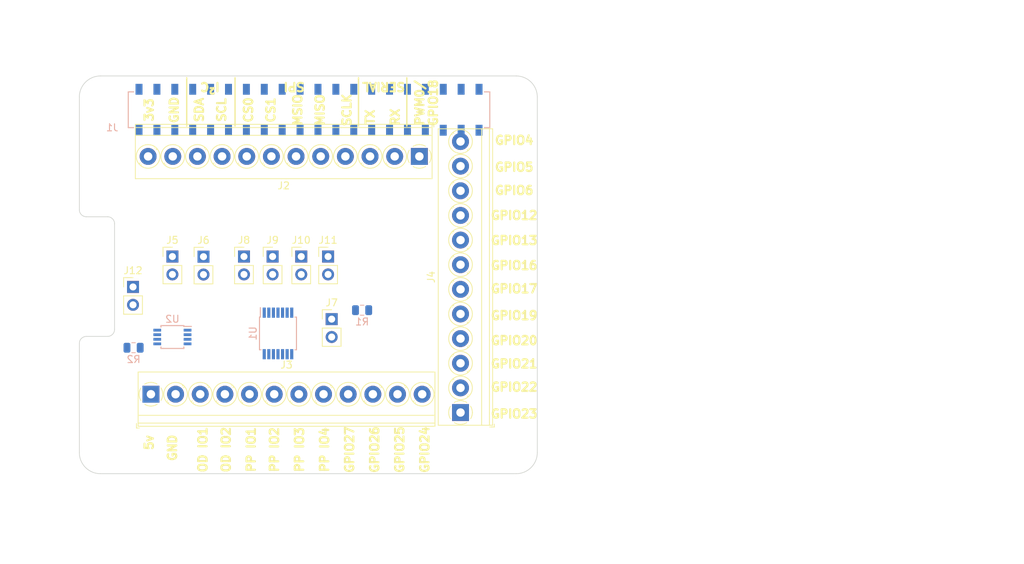
<source format=kicad_pcb>
(kicad_pcb (version 20171130) (host pcbnew 5.0.0)

  (general
    (thickness 1.6)
    (drawings 74)
    (tracks 0)
    (zones 0)
    (modules 20)
    (nets 48)
  )

  (page A4)
  (layers
    (0 F.Cu signal)
    (31 B.Cu signal)
    (32 B.Adhes user)
    (33 F.Adhes user)
    (34 B.Paste user)
    (35 F.Paste user)
    (36 B.SilkS user)
    (37 F.SilkS user)
    (38 B.Mask user)
    (39 F.Mask user)
    (40 Dwgs.User user)
    (41 Cmts.User user)
    (42 Eco1.User user)
    (43 Eco2.User user)
    (44 Edge.Cuts user)
    (45 Margin user)
    (46 B.CrtYd user)
    (47 F.CrtYd user)
    (48 B.Fab user)
    (49 F.Fab user)
  )

  (setup
    (last_trace_width 0.25)
    (user_trace_width 0.01)
    (user_trace_width 0.02)
    (user_trace_width 0.05)
    (user_trace_width 0.1)
    (user_trace_width 0.2)
    (trace_clearance 0.2)
    (zone_clearance 0.508)
    (zone_45_only no)
    (trace_min 0.01)
    (segment_width 0.2)
    (edge_width 0.1)
    (via_size 0.6)
    (via_drill 0.4)
    (via_min_size 0.4)
    (via_min_drill 0.3)
    (uvia_size 0.3)
    (uvia_drill 0.1)
    (uvias_allowed no)
    (uvia_min_size 0.2)
    (uvia_min_drill 0.1)
    (pcb_text_width 0.3)
    (pcb_text_size 1.5 1.5)
    (mod_edge_width 0.15)
    (mod_text_size 1 1)
    (mod_text_width 0.15)
    (pad_size 2.75 2.75)
    (pad_drill 2.75)
    (pad_to_mask_clearance 0)
    (aux_axis_origin 0 0)
    (visible_elements 7FFFFFFF)
    (pcbplotparams
      (layerselection 0x00030_80000001)
      (usegerberextensions false)
      (usegerberattributes false)
      (usegerberadvancedattributes false)
      (creategerberjobfile false)
      (excludeedgelayer true)
      (linewidth 0.100000)
      (plotframeref false)
      (viasonmask false)
      (mode 1)
      (useauxorigin false)
      (hpglpennumber 1)
      (hpglpenspeed 20)
      (hpglpendiameter 15.000000)
      (psnegative false)
      (psa4output false)
      (plotreference true)
      (plotvalue true)
      (plotinvisibletext false)
      (padsonsilk false)
      (subtractmaskfromsilk false)
      (outputformat 1)
      (mirror false)
      (drillshape 0)
      (scaleselection 1)
      (outputdirectory "meta/"))
  )

  (net 0 "")
  (net 1 "Net-(J5-Pad1)")
  (net 2 "Net-(J6-Pad1)")
  (net 3 "Net-(U1-Pad6)")
  (net 4 "Net-(U1-Pad9)")
  (net 5 "Net-(J7-Pad1)")
  (net 6 "Net-(J8-Pad1)")
  (net 7 3v3)
  (net 8 "Net-(J12-Pad1)")
  (net 9 "Net-(J11-Pad1)")
  (net 10 "Net-(J10-Pad1)")
  (net 11 "Net-(J9-Pad1)")
  (net 12 5v)
  (net 13 GND)
  (net 14 GPIO2-SDA)
  (net 15 GPIO3-SCL)
  (net 16 GPIO4)
  (net 17 GPIO14-TXD)
  (net 18 GPIO15-RXD)
  (net 19 GPIO18)
  (net 20 GPIO27)
  (net 21 GPIO22)
  (net 22 GPIO23)
  (net 23 GPIO24)
  (net 24 GPIO10-MOSI)
  (net 25 GPIO9-MSIO)
  (net 26 GPIO25)
  (net 27 GPIO11-SCK)
  (net 28 GPIO8-CS0)
  (net 29 GPIO7-CS1)
  (net 30 GPIO5)
  (net 31 GPIO6)
  (net 32 GPIO12)
  (net 33 GPIO13)
  (net 34 GPIO19)
  (net 35 GPIO16)
  (net 36 GPIO26)
  (net 37 GPIO20)
  (net 38 GPIO21)
  (net 39 GPIO17)
  (net 40 OD_IO1)
  (net 41 OD_IO2)
  (net 42 PP_IO1)
  (net 43 PP_IO2)
  (net 44 PP_IO3)
  (net 45 PP_IO4)
  (net 46 "Net-(J1-Pad27)")
  (net 47 "Net-(J1-Pad28)")

  (net_class Default "This is the default net class."
    (clearance 0.2)
    (trace_width 0.25)
    (via_dia 0.6)
    (via_drill 0.4)
    (uvia_dia 0.3)
    (uvia_drill 0.1)
    (add_net 3v3)
    (add_net 5v)
    (add_net GND)
    (add_net GPIO10-MOSI)
    (add_net GPIO11-SCK)
    (add_net GPIO12)
    (add_net GPIO13)
    (add_net GPIO14-TXD)
    (add_net GPIO15-RXD)
    (add_net GPIO16)
    (add_net GPIO17)
    (add_net GPIO18)
    (add_net GPIO19)
    (add_net GPIO2-SDA)
    (add_net GPIO20)
    (add_net GPIO21)
    (add_net GPIO22)
    (add_net GPIO23)
    (add_net GPIO24)
    (add_net GPIO25)
    (add_net GPIO26)
    (add_net GPIO27)
    (add_net GPIO3-SCL)
    (add_net GPIO4)
    (add_net GPIO5)
    (add_net GPIO6)
    (add_net GPIO7-CS1)
    (add_net GPIO8-CS0)
    (add_net GPIO9-MSIO)
    (add_net "Net-(J1-Pad27)")
    (add_net "Net-(J1-Pad28)")
    (add_net "Net-(J10-Pad1)")
    (add_net "Net-(J11-Pad1)")
    (add_net "Net-(J12-Pad1)")
    (add_net "Net-(J5-Pad1)")
    (add_net "Net-(J6-Pad1)")
    (add_net "Net-(J7-Pad1)")
    (add_net "Net-(J8-Pad1)")
    (add_net "Net-(J9-Pad1)")
    (add_net "Net-(U1-Pad6)")
    (add_net "Net-(U1-Pad9)")
    (add_net OD_IO1)
    (add_net OD_IO2)
    (add_net PP_IO1)
    (add_net PP_IO2)
    (add_net PP_IO3)
    (add_net PP_IO4)
  )

  (module Connector_PinHeader_2.54mm:PinHeader_1x02_P2.54mm_Vertical (layer F.Cu) (tedit 59FED5CC) (tstamp 5C018B41)
    (at 7.62 29.972)
    (descr "Through hole straight pin header, 1x02, 2.54mm pitch, single row")
    (tags "Through hole pin header THT 1x02 2.54mm single row")
    (path /5515D395/5BE386B3)
    (fp_text reference J12 (at 0 -2.33) (layer F.SilkS)
      (effects (font (size 1 1) (thickness 0.15)))
    )
    (fp_text value Conn_01x02_Male (at 0 4.87) (layer F.Fab)
      (effects (font (size 1 1) (thickness 0.15)))
    )
    (fp_text user %R (at 0 1.27 90) (layer F.Fab)
      (effects (font (size 1 1) (thickness 0.15)))
    )
    (fp_line (start 1.8 -1.8) (end -1.8 -1.8) (layer F.CrtYd) (width 0.05))
    (fp_line (start 1.8 4.35) (end 1.8 -1.8) (layer F.CrtYd) (width 0.05))
    (fp_line (start -1.8 4.35) (end 1.8 4.35) (layer F.CrtYd) (width 0.05))
    (fp_line (start -1.8 -1.8) (end -1.8 4.35) (layer F.CrtYd) (width 0.05))
    (fp_line (start -1.33 -1.33) (end 0 -1.33) (layer F.SilkS) (width 0.12))
    (fp_line (start -1.33 0) (end -1.33 -1.33) (layer F.SilkS) (width 0.12))
    (fp_line (start -1.33 1.27) (end 1.33 1.27) (layer F.SilkS) (width 0.12))
    (fp_line (start 1.33 1.27) (end 1.33 3.87) (layer F.SilkS) (width 0.12))
    (fp_line (start -1.33 1.27) (end -1.33 3.87) (layer F.SilkS) (width 0.12))
    (fp_line (start -1.33 3.87) (end 1.33 3.87) (layer F.SilkS) (width 0.12))
    (fp_line (start -1.27 -0.635) (end -0.635 -1.27) (layer F.Fab) (width 0.1))
    (fp_line (start -1.27 3.81) (end -1.27 -0.635) (layer F.Fab) (width 0.1))
    (fp_line (start 1.27 3.81) (end -1.27 3.81) (layer F.Fab) (width 0.1))
    (fp_line (start 1.27 -1.27) (end 1.27 3.81) (layer F.Fab) (width 0.1))
    (fp_line (start -0.635 -1.27) (end 1.27 -1.27) (layer F.Fab) (width 0.1))
    (pad 2 thru_hole oval (at 0 2.54) (size 1.7 1.7) (drill 1) (layers *.Cu *.Mask)
      (net 7 3v3))
    (pad 1 thru_hole rect (at 0 0) (size 1.7 1.7) (drill 1) (layers *.Cu *.Mask)
      (net 8 "Net-(J12-Pad1)"))
    (model ${KISYS3DMOD}/Connector_PinHeader_2.54mm.3dshapes/PinHeader_1x02_P2.54mm_Vertical.wrl
      (at (xyz 0 0 0))
      (scale (xyz 1 1 1))
      (rotate (xyz 0 0 0))
    )
  )

  (module Connector_PinHeader_2.54mm:PinHeader_1x02_P2.54mm_Vertical (layer F.Cu) (tedit 59FED5CC) (tstamp 5C018B2C)
    (at 35.306 25.654)
    (descr "Through hole straight pin header, 1x02, 2.54mm pitch, single row")
    (tags "Through hole pin header THT 1x02 2.54mm single row")
    (path /5515D395/5BE506F7)
    (fp_text reference J11 (at 0 -2.33) (layer F.SilkS)
      (effects (font (size 1 1) (thickness 0.15)))
    )
    (fp_text value Conn_01x02_Male (at 0 4.87) (layer F.Fab)
      (effects (font (size 1 1) (thickness 0.15)))
    )
    (fp_line (start -0.635 -1.27) (end 1.27 -1.27) (layer F.Fab) (width 0.1))
    (fp_line (start 1.27 -1.27) (end 1.27 3.81) (layer F.Fab) (width 0.1))
    (fp_line (start 1.27 3.81) (end -1.27 3.81) (layer F.Fab) (width 0.1))
    (fp_line (start -1.27 3.81) (end -1.27 -0.635) (layer F.Fab) (width 0.1))
    (fp_line (start -1.27 -0.635) (end -0.635 -1.27) (layer F.Fab) (width 0.1))
    (fp_line (start -1.33 3.87) (end 1.33 3.87) (layer F.SilkS) (width 0.12))
    (fp_line (start -1.33 1.27) (end -1.33 3.87) (layer F.SilkS) (width 0.12))
    (fp_line (start 1.33 1.27) (end 1.33 3.87) (layer F.SilkS) (width 0.12))
    (fp_line (start -1.33 1.27) (end 1.33 1.27) (layer F.SilkS) (width 0.12))
    (fp_line (start -1.33 0) (end -1.33 -1.33) (layer F.SilkS) (width 0.12))
    (fp_line (start -1.33 -1.33) (end 0 -1.33) (layer F.SilkS) (width 0.12))
    (fp_line (start -1.8 -1.8) (end -1.8 4.35) (layer F.CrtYd) (width 0.05))
    (fp_line (start -1.8 4.35) (end 1.8 4.35) (layer F.CrtYd) (width 0.05))
    (fp_line (start 1.8 4.35) (end 1.8 -1.8) (layer F.CrtYd) (width 0.05))
    (fp_line (start 1.8 -1.8) (end -1.8 -1.8) (layer F.CrtYd) (width 0.05))
    (fp_text user %R (at 0 1.27 90) (layer F.Fab)
      (effects (font (size 1 1) (thickness 0.15)))
    )
    (pad 1 thru_hole rect (at 0 0) (size 1.7 1.7) (drill 1) (layers *.Cu *.Mask)
      (net 9 "Net-(J11-Pad1)"))
    (pad 2 thru_hole oval (at 0 2.54) (size 1.7 1.7) (drill 1) (layers *.Cu *.Mask)
      (net 36 GPIO26))
    (model ${KISYS3DMOD}/Connector_PinHeader_2.54mm.3dshapes/PinHeader_1x02_P2.54mm_Vertical.wrl
      (at (xyz 0 0 0))
      (scale (xyz 1 1 1))
      (rotate (xyz 0 0 0))
    )
  )

  (module Connector_PinHeader_2.54mm:PinHeader_1x02_P2.54mm_Vertical (layer F.Cu) (tedit 59FED5CC) (tstamp 5C018B17)
    (at 31.496 25.654)
    (descr "Through hole straight pin header, 1x02, 2.54mm pitch, single row")
    (tags "Through hole pin header THT 1x02 2.54mm single row")
    (path /5515D395/5BE4F7F7)
    (fp_text reference J10 (at 0 -2.33) (layer F.SilkS)
      (effects (font (size 1 1) (thickness 0.15)))
    )
    (fp_text value Conn_01x02_Male (at 0 4.87) (layer F.Fab)
      (effects (font (size 1 1) (thickness 0.15)))
    )
    (fp_text user %R (at 0 1.27 90) (layer F.Fab)
      (effects (font (size 1 1) (thickness 0.15)))
    )
    (fp_line (start 1.8 -1.8) (end -1.8 -1.8) (layer F.CrtYd) (width 0.05))
    (fp_line (start 1.8 4.35) (end 1.8 -1.8) (layer F.CrtYd) (width 0.05))
    (fp_line (start -1.8 4.35) (end 1.8 4.35) (layer F.CrtYd) (width 0.05))
    (fp_line (start -1.8 -1.8) (end -1.8 4.35) (layer F.CrtYd) (width 0.05))
    (fp_line (start -1.33 -1.33) (end 0 -1.33) (layer F.SilkS) (width 0.12))
    (fp_line (start -1.33 0) (end -1.33 -1.33) (layer F.SilkS) (width 0.12))
    (fp_line (start -1.33 1.27) (end 1.33 1.27) (layer F.SilkS) (width 0.12))
    (fp_line (start 1.33 1.27) (end 1.33 3.87) (layer F.SilkS) (width 0.12))
    (fp_line (start -1.33 1.27) (end -1.33 3.87) (layer F.SilkS) (width 0.12))
    (fp_line (start -1.33 3.87) (end 1.33 3.87) (layer F.SilkS) (width 0.12))
    (fp_line (start -1.27 -0.635) (end -0.635 -1.27) (layer F.Fab) (width 0.1))
    (fp_line (start -1.27 3.81) (end -1.27 -0.635) (layer F.Fab) (width 0.1))
    (fp_line (start 1.27 3.81) (end -1.27 3.81) (layer F.Fab) (width 0.1))
    (fp_line (start 1.27 -1.27) (end 1.27 3.81) (layer F.Fab) (width 0.1))
    (fp_line (start -0.635 -1.27) (end 1.27 -1.27) (layer F.Fab) (width 0.1))
    (pad 2 thru_hole oval (at 0 2.54) (size 1.7 1.7) (drill 1) (layers *.Cu *.Mask)
      (net 26 GPIO25))
    (pad 1 thru_hole rect (at 0 0) (size 1.7 1.7) (drill 1) (layers *.Cu *.Mask)
      (net 10 "Net-(J10-Pad1)"))
    (model ${KISYS3DMOD}/Connector_PinHeader_2.54mm.3dshapes/PinHeader_1x02_P2.54mm_Vertical.wrl
      (at (xyz 0 0 0))
      (scale (xyz 1 1 1))
      (rotate (xyz 0 0 0))
    )
  )

  (module Connector_PinHeader_2.54mm:PinHeader_1x02_P2.54mm_Vertical (layer F.Cu) (tedit 59FED5CC) (tstamp 5C018B02)
    (at 27.432 25.654)
    (descr "Through hole straight pin header, 1x02, 2.54mm pitch, single row")
    (tags "Through hole pin header THT 1x02 2.54mm single row")
    (path /5515D395/5BE4E8F9)
    (fp_text reference J9 (at 0 -2.33) (layer F.SilkS)
      (effects (font (size 1 1) (thickness 0.15)))
    )
    (fp_text value Conn_01x02_Male (at 0 4.87) (layer F.Fab)
      (effects (font (size 1 1) (thickness 0.15)))
    )
    (fp_line (start -0.635 -1.27) (end 1.27 -1.27) (layer F.Fab) (width 0.1))
    (fp_line (start 1.27 -1.27) (end 1.27 3.81) (layer F.Fab) (width 0.1))
    (fp_line (start 1.27 3.81) (end -1.27 3.81) (layer F.Fab) (width 0.1))
    (fp_line (start -1.27 3.81) (end -1.27 -0.635) (layer F.Fab) (width 0.1))
    (fp_line (start -1.27 -0.635) (end -0.635 -1.27) (layer F.Fab) (width 0.1))
    (fp_line (start -1.33 3.87) (end 1.33 3.87) (layer F.SilkS) (width 0.12))
    (fp_line (start -1.33 1.27) (end -1.33 3.87) (layer F.SilkS) (width 0.12))
    (fp_line (start 1.33 1.27) (end 1.33 3.87) (layer F.SilkS) (width 0.12))
    (fp_line (start -1.33 1.27) (end 1.33 1.27) (layer F.SilkS) (width 0.12))
    (fp_line (start -1.33 0) (end -1.33 -1.33) (layer F.SilkS) (width 0.12))
    (fp_line (start -1.33 -1.33) (end 0 -1.33) (layer F.SilkS) (width 0.12))
    (fp_line (start -1.8 -1.8) (end -1.8 4.35) (layer F.CrtYd) (width 0.05))
    (fp_line (start -1.8 4.35) (end 1.8 4.35) (layer F.CrtYd) (width 0.05))
    (fp_line (start 1.8 4.35) (end 1.8 -1.8) (layer F.CrtYd) (width 0.05))
    (fp_line (start 1.8 -1.8) (end -1.8 -1.8) (layer F.CrtYd) (width 0.05))
    (fp_text user %R (at 0 1.27 90) (layer F.Fab)
      (effects (font (size 1 1) (thickness 0.15)))
    )
    (pad 1 thru_hole rect (at 0 0) (size 1.7 1.7) (drill 1) (layers *.Cu *.Mask)
      (net 11 "Net-(J9-Pad1)"))
    (pad 2 thru_hole oval (at 0 2.54) (size 1.7 1.7) (drill 1) (layers *.Cu *.Mask)
      (net 23 GPIO24))
    (model ${KISYS3DMOD}/Connector_PinHeader_2.54mm.3dshapes/PinHeader_1x02_P2.54mm_Vertical.wrl
      (at (xyz 0 0 0))
      (scale (xyz 1 1 1))
      (rotate (xyz 0 0 0))
    )
  )

  (module Connector_PinHeader_2.54mm:PinHeader_1x02_P2.54mm_Vertical (layer F.Cu) (tedit 59FED5CC) (tstamp 5C018AC3)
    (at 17.62 25.672)
    (descr "Through hole straight pin header, 1x02, 2.54mm pitch, single row")
    (tags "Through hole pin header THT 1x02 2.54mm single row")
    (path /5515D395/5BE54451)
    (fp_text reference J6 (at 0 -2.33) (layer F.SilkS)
      (effects (font (size 1 1) (thickness 0.15)))
    )
    (fp_text value Conn_01x02_Male (at 0 4.87) (layer F.Fab)
      (effects (font (size 1 1) (thickness 0.15)))
    )
    (fp_text user %R (at 0 1.27 90) (layer F.Fab)
      (effects (font (size 1 1) (thickness 0.15)))
    )
    (fp_line (start 1.8 -1.8) (end -1.8 -1.8) (layer F.CrtYd) (width 0.05))
    (fp_line (start 1.8 4.35) (end 1.8 -1.8) (layer F.CrtYd) (width 0.05))
    (fp_line (start -1.8 4.35) (end 1.8 4.35) (layer F.CrtYd) (width 0.05))
    (fp_line (start -1.8 -1.8) (end -1.8 4.35) (layer F.CrtYd) (width 0.05))
    (fp_line (start -1.33 -1.33) (end 0 -1.33) (layer F.SilkS) (width 0.12))
    (fp_line (start -1.33 0) (end -1.33 -1.33) (layer F.SilkS) (width 0.12))
    (fp_line (start -1.33 1.27) (end 1.33 1.27) (layer F.SilkS) (width 0.12))
    (fp_line (start 1.33 1.27) (end 1.33 3.87) (layer F.SilkS) (width 0.12))
    (fp_line (start -1.33 1.27) (end -1.33 3.87) (layer F.SilkS) (width 0.12))
    (fp_line (start -1.33 3.87) (end 1.33 3.87) (layer F.SilkS) (width 0.12))
    (fp_line (start -1.27 -0.635) (end -0.635 -1.27) (layer F.Fab) (width 0.1))
    (fp_line (start -1.27 3.81) (end -1.27 -0.635) (layer F.Fab) (width 0.1))
    (fp_line (start 1.27 3.81) (end -1.27 3.81) (layer F.Fab) (width 0.1))
    (fp_line (start 1.27 -1.27) (end 1.27 3.81) (layer F.Fab) (width 0.1))
    (fp_line (start -0.635 -1.27) (end 1.27 -1.27) (layer F.Fab) (width 0.1))
    (pad 2 thru_hole oval (at 0 2.54) (size 1.7 1.7) (drill 1) (layers *.Cu *.Mask)
      (net 15 GPIO3-SCL))
    (pad 1 thru_hole rect (at 0 0) (size 1.7 1.7) (drill 1) (layers *.Cu *.Mask)
      (net 2 "Net-(J6-Pad1)"))
    (model ${KISYS3DMOD}/Connector_PinHeader_2.54mm.3dshapes/PinHeader_1x02_P2.54mm_Vertical.wrl
      (at (xyz 0 0 0))
      (scale (xyz 1 1 1))
      (rotate (xyz 0 0 0))
    )
  )

  (module Connector_PinHeader_2.54mm:PinHeader_1x02_P2.54mm_Vertical (layer F.Cu) (tedit 59FED5CC) (tstamp 5C018AAE)
    (at 13.208 25.654)
    (descr "Through hole straight pin header, 1x02, 2.54mm pitch, single row")
    (tags "Through hole pin header THT 1x02 2.54mm single row")
    (path /5515D395/5BE5444A)
    (fp_text reference J5 (at 0 -2.33) (layer F.SilkS)
      (effects (font (size 1 1) (thickness 0.15)))
    )
    (fp_text value Conn_01x02_Male (at 0 4.87) (layer F.Fab)
      (effects (font (size 1 1) (thickness 0.15)))
    )
    (fp_line (start -0.635 -1.27) (end 1.27 -1.27) (layer F.Fab) (width 0.1))
    (fp_line (start 1.27 -1.27) (end 1.27 3.81) (layer F.Fab) (width 0.1))
    (fp_line (start 1.27 3.81) (end -1.27 3.81) (layer F.Fab) (width 0.1))
    (fp_line (start -1.27 3.81) (end -1.27 -0.635) (layer F.Fab) (width 0.1))
    (fp_line (start -1.27 -0.635) (end -0.635 -1.27) (layer F.Fab) (width 0.1))
    (fp_line (start -1.33 3.87) (end 1.33 3.87) (layer F.SilkS) (width 0.12))
    (fp_line (start -1.33 1.27) (end -1.33 3.87) (layer F.SilkS) (width 0.12))
    (fp_line (start 1.33 1.27) (end 1.33 3.87) (layer F.SilkS) (width 0.12))
    (fp_line (start -1.33 1.27) (end 1.33 1.27) (layer F.SilkS) (width 0.12))
    (fp_line (start -1.33 0) (end -1.33 -1.33) (layer F.SilkS) (width 0.12))
    (fp_line (start -1.33 -1.33) (end 0 -1.33) (layer F.SilkS) (width 0.12))
    (fp_line (start -1.8 -1.8) (end -1.8 4.35) (layer F.CrtYd) (width 0.05))
    (fp_line (start -1.8 4.35) (end 1.8 4.35) (layer F.CrtYd) (width 0.05))
    (fp_line (start 1.8 4.35) (end 1.8 -1.8) (layer F.CrtYd) (width 0.05))
    (fp_line (start 1.8 -1.8) (end -1.8 -1.8) (layer F.CrtYd) (width 0.05))
    (fp_text user %R (at 0 1.27 90) (layer F.Fab)
      (effects (font (size 1 1) (thickness 0.15)))
    )
    (pad 1 thru_hole rect (at 0 0) (size 1.7 1.7) (drill 1) (layers *.Cu *.Mask)
      (net 1 "Net-(J5-Pad1)"))
    (pad 2 thru_hole oval (at 0 2.54) (size 1.7 1.7) (drill 1) (layers *.Cu *.Mask)
      (net 14 GPIO2-SDA))
    (model ${KISYS3DMOD}/Connector_PinHeader_2.54mm.3dshapes/PinHeader_1x02_P2.54mm_Vertical.wrl
      (at (xyz 0 0 0))
      (scale (xyz 1 1 1))
      (rotate (xyz 0 0 0))
    )
  )

  (module Resistor_SMD:R_0805_2012Metric (layer B.Cu) (tedit 5B36C52B) (tstamp 5C018973)
    (at 7.6985 38.608)
    (descr "Resistor SMD 0805 (2012 Metric), square (rectangular) end terminal, IPC_7351 nominal, (Body size source: https://docs.google.com/spreadsheets/d/1BsfQQcO9C6DZCsRaXUlFlo91Tg2WpOkGARC1WS5S8t0/edit?usp=sharing), generated with kicad-footprint-generator")
    (tags resistor)
    (path /5515D395/5BE399EF)
    (attr smd)
    (fp_text reference R2 (at 0 1.65) (layer B.SilkS)
      (effects (font (size 1 1) (thickness 0.15)) (justify mirror))
    )
    (fp_text value R (at 0 -1.65) (layer B.Fab)
      (effects (font (size 1 1) (thickness 0.15)) (justify mirror))
    )
    (fp_line (start -1 -0.6) (end -1 0.6) (layer B.Fab) (width 0.1))
    (fp_line (start -1 0.6) (end 1 0.6) (layer B.Fab) (width 0.1))
    (fp_line (start 1 0.6) (end 1 -0.6) (layer B.Fab) (width 0.1))
    (fp_line (start 1 -0.6) (end -1 -0.6) (layer B.Fab) (width 0.1))
    (fp_line (start -0.258578 0.71) (end 0.258578 0.71) (layer B.SilkS) (width 0.12))
    (fp_line (start -0.258578 -0.71) (end 0.258578 -0.71) (layer B.SilkS) (width 0.12))
    (fp_line (start -1.68 -0.95) (end -1.68 0.95) (layer B.CrtYd) (width 0.05))
    (fp_line (start -1.68 0.95) (end 1.68 0.95) (layer B.CrtYd) (width 0.05))
    (fp_line (start 1.68 0.95) (end 1.68 -0.95) (layer B.CrtYd) (width 0.05))
    (fp_line (start 1.68 -0.95) (end -1.68 -0.95) (layer B.CrtYd) (width 0.05))
    (fp_text user %R (at 0 0) (layer B.Fab)
      (effects (font (size 0.5 0.5) (thickness 0.08)) (justify mirror))
    )
    (pad 1 smd roundrect (at -0.9375 0) (size 0.975 1.4) (layers B.Cu B.Paste B.Mask) (roundrect_rratio 0.25)
      (net 8 "Net-(J12-Pad1)"))
    (pad 2 smd roundrect (at 0.9375 0) (size 0.975 1.4) (layers B.Cu B.Paste B.Mask) (roundrect_rratio 0.25)
      (net 13 GND))
    (model ${KISYS3DMOD}/Resistor_SMD.3dshapes/R_0805_2012Metric.wrl
      (at (xyz 0 0 0))
      (scale (xyz 1 1 1))
      (rotate (xyz 0 0 0))
    )
  )

  (module TerminalBlock_Phoenix:TerminalBlock_Phoenix_PT-1,5-12-3.5-H_1x12_P3.50mm_Horizontal (layer F.Cu) (tedit 5B294F50) (tstamp 5C0188D0)
    (at 54.102 47.812 90)
    (descr "Terminal Block Phoenix PT-1,5-12-3.5-H, 12 pins, pitch 3.5mm, size 42x7.6mm^2, drill diamater 1.2mm, pad diameter 2.4mm, see , script-generated using https://github.com/pointhi/kicad-footprint-generator/scripts/TerminalBlock_Phoenix")
    (tags "THT Terminal Block Phoenix PT-1,5-12-3.5-H pitch 3.5mm size 42x7.6mm^2 drill 1.2mm pad 2.4mm")
    (path /5515D395/5BE3818D)
    (fp_text reference J4 (at 19.25 -4.16 90) (layer F.SilkS)
      (effects (font (size 1 1) (thickness 0.15)))
    )
    (fp_text value Conn_01x12_Female (at 19.25 5.56 90) (layer F.Fab)
      (effects (font (size 1 1) (thickness 0.15)))
    )
    (fp_text user %R (at 19.25 2.4 90) (layer F.Fab)
      (effects (font (size 1 1) (thickness 0.15)))
    )
    (fp_line (start 40.75 -3.6) (end -2.25 -3.6) (layer F.CrtYd) (width 0.05))
    (fp_line (start 40.75 5) (end 40.75 -3.6) (layer F.CrtYd) (width 0.05))
    (fp_line (start -2.25 5) (end 40.75 5) (layer F.CrtYd) (width 0.05))
    (fp_line (start -2.25 -3.6) (end -2.25 5) (layer F.CrtYd) (width 0.05))
    (fp_line (start -2.05 4.8) (end -1.65 4.8) (layer F.SilkS) (width 0.12))
    (fp_line (start -2.05 4.16) (end -2.05 4.8) (layer F.SilkS) (width 0.12))
    (fp_line (start 37.355 0.941) (end 37.226 1.069) (layer F.SilkS) (width 0.12))
    (fp_line (start 39.57 -1.275) (end 39.476 -1.181) (layer F.SilkS) (width 0.12))
    (fp_line (start 37.525 1.181) (end 37.431 1.274) (layer F.SilkS) (width 0.12))
    (fp_line (start 39.775 -1.069) (end 39.646 -0.941) (layer F.SilkS) (width 0.12))
    (fp_line (start 39.455 -1.138) (end 37.363 0.955) (layer F.Fab) (width 0.1))
    (fp_line (start 39.638 -0.955) (end 37.546 1.138) (layer F.Fab) (width 0.1))
    (fp_line (start 33.855 0.941) (end 33.726 1.069) (layer F.SilkS) (width 0.12))
    (fp_line (start 36.07 -1.275) (end 35.976 -1.181) (layer F.SilkS) (width 0.12))
    (fp_line (start 34.025 1.181) (end 33.931 1.274) (layer F.SilkS) (width 0.12))
    (fp_line (start 36.275 -1.069) (end 36.146 -0.941) (layer F.SilkS) (width 0.12))
    (fp_line (start 35.955 -1.138) (end 33.863 0.955) (layer F.Fab) (width 0.1))
    (fp_line (start 36.138 -0.955) (end 34.046 1.138) (layer F.Fab) (width 0.1))
    (fp_line (start 30.355 0.941) (end 30.226 1.069) (layer F.SilkS) (width 0.12))
    (fp_line (start 32.57 -1.275) (end 32.476 -1.181) (layer F.SilkS) (width 0.12))
    (fp_line (start 30.525 1.181) (end 30.431 1.274) (layer F.SilkS) (width 0.12))
    (fp_line (start 32.775 -1.069) (end 32.646 -0.941) (layer F.SilkS) (width 0.12))
    (fp_line (start 32.455 -1.138) (end 30.363 0.955) (layer F.Fab) (width 0.1))
    (fp_line (start 32.638 -0.955) (end 30.546 1.138) (layer F.Fab) (width 0.1))
    (fp_line (start 26.855 0.941) (end 26.726 1.069) (layer F.SilkS) (width 0.12))
    (fp_line (start 29.07 -1.275) (end 28.976 -1.181) (layer F.SilkS) (width 0.12))
    (fp_line (start 27.025 1.181) (end 26.931 1.274) (layer F.SilkS) (width 0.12))
    (fp_line (start 29.275 -1.069) (end 29.146 -0.941) (layer F.SilkS) (width 0.12))
    (fp_line (start 28.955 -1.138) (end 26.863 0.955) (layer F.Fab) (width 0.1))
    (fp_line (start 29.138 -0.955) (end 27.046 1.138) (layer F.Fab) (width 0.1))
    (fp_line (start 23.355 0.941) (end 23.226 1.069) (layer F.SilkS) (width 0.12))
    (fp_line (start 25.57 -1.275) (end 25.476 -1.181) (layer F.SilkS) (width 0.12))
    (fp_line (start 23.525 1.181) (end 23.431 1.274) (layer F.SilkS) (width 0.12))
    (fp_line (start 25.775 -1.069) (end 25.646 -0.941) (layer F.SilkS) (width 0.12))
    (fp_line (start 25.455 -1.138) (end 23.363 0.955) (layer F.Fab) (width 0.1))
    (fp_line (start 25.638 -0.955) (end 23.546 1.138) (layer F.Fab) (width 0.1))
    (fp_line (start 19.855 0.941) (end 19.726 1.069) (layer F.SilkS) (width 0.12))
    (fp_line (start 22.07 -1.275) (end 21.976 -1.181) (layer F.SilkS) (width 0.12))
    (fp_line (start 20.025 1.181) (end 19.931 1.274) (layer F.SilkS) (width 0.12))
    (fp_line (start 22.275 -1.069) (end 22.146 -0.941) (layer F.SilkS) (width 0.12))
    (fp_line (start 21.955 -1.138) (end 19.863 0.955) (layer F.Fab) (width 0.1))
    (fp_line (start 22.138 -0.955) (end 20.046 1.138) (layer F.Fab) (width 0.1))
    (fp_line (start 16.355 0.941) (end 16.226 1.069) (layer F.SilkS) (width 0.12))
    (fp_line (start 18.57 -1.275) (end 18.476 -1.181) (layer F.SilkS) (width 0.12))
    (fp_line (start 16.525 1.181) (end 16.431 1.274) (layer F.SilkS) (width 0.12))
    (fp_line (start 18.775 -1.069) (end 18.646 -0.941) (layer F.SilkS) (width 0.12))
    (fp_line (start 18.455 -1.138) (end 16.363 0.955) (layer F.Fab) (width 0.1))
    (fp_line (start 18.638 -0.955) (end 16.546 1.138) (layer F.Fab) (width 0.1))
    (fp_line (start 12.855 0.941) (end 12.726 1.069) (layer F.SilkS) (width 0.12))
    (fp_line (start 15.07 -1.275) (end 14.976 -1.181) (layer F.SilkS) (width 0.12))
    (fp_line (start 13.025 1.181) (end 12.931 1.274) (layer F.SilkS) (width 0.12))
    (fp_line (start 15.275 -1.069) (end 15.146 -0.941) (layer F.SilkS) (width 0.12))
    (fp_line (start 14.955 -1.138) (end 12.863 0.955) (layer F.Fab) (width 0.1))
    (fp_line (start 15.138 -0.955) (end 13.046 1.138) (layer F.Fab) (width 0.1))
    (fp_line (start 9.355 0.941) (end 9.226 1.069) (layer F.SilkS) (width 0.12))
    (fp_line (start 11.57 -1.275) (end 11.476 -1.181) (layer F.SilkS) (width 0.12))
    (fp_line (start 9.525 1.181) (end 9.431 1.274) (layer F.SilkS) (width 0.12))
    (fp_line (start 11.775 -1.069) (end 11.646 -0.941) (layer F.SilkS) (width 0.12))
    (fp_line (start 11.455 -1.138) (end 9.363 0.955) (layer F.Fab) (width 0.1))
    (fp_line (start 11.638 -0.955) (end 9.546 1.138) (layer F.Fab) (width 0.1))
    (fp_line (start 5.855 0.941) (end 5.726 1.069) (layer F.SilkS) (width 0.12))
    (fp_line (start 8.07 -1.275) (end 7.976 -1.181) (layer F.SilkS) (width 0.12))
    (fp_line (start 6.025 1.181) (end 5.931 1.274) (layer F.SilkS) (width 0.12))
    (fp_line (start 8.275 -1.069) (end 8.146 -0.941) (layer F.SilkS) (width 0.12))
    (fp_line (start 7.955 -1.138) (end 5.863 0.955) (layer F.Fab) (width 0.1))
    (fp_line (start 8.138 -0.955) (end 6.046 1.138) (layer F.Fab) (width 0.1))
    (fp_line (start 2.355 0.941) (end 2.226 1.069) (layer F.SilkS) (width 0.12))
    (fp_line (start 4.57 -1.275) (end 4.476 -1.181) (layer F.SilkS) (width 0.12))
    (fp_line (start 2.525 1.181) (end 2.431 1.274) (layer F.SilkS) (width 0.12))
    (fp_line (start 4.775 -1.069) (end 4.646 -0.941) (layer F.SilkS) (width 0.12))
    (fp_line (start 4.455 -1.138) (end 2.363 0.955) (layer F.Fab) (width 0.1))
    (fp_line (start 4.638 -0.955) (end 2.546 1.138) (layer F.Fab) (width 0.1))
    (fp_line (start 0.955 -1.138) (end -1.138 0.955) (layer F.Fab) (width 0.1))
    (fp_line (start 1.138 -0.955) (end -0.955 1.138) (layer F.Fab) (width 0.1))
    (fp_line (start 40.31 -3.16) (end 40.31 4.56) (layer F.SilkS) (width 0.12))
    (fp_line (start -1.81 -3.16) (end -1.81 4.56) (layer F.SilkS) (width 0.12))
    (fp_line (start -1.81 4.56) (end 40.31 4.56) (layer F.SilkS) (width 0.12))
    (fp_line (start -1.81 -3.16) (end 40.31 -3.16) (layer F.SilkS) (width 0.12))
    (fp_line (start -1.81 3) (end 40.31 3) (layer F.SilkS) (width 0.12))
    (fp_line (start -1.75 3) (end 40.25 3) (layer F.Fab) (width 0.1))
    (fp_line (start -1.81 4.1) (end 40.31 4.1) (layer F.SilkS) (width 0.12))
    (fp_line (start -1.75 4.1) (end 40.25 4.1) (layer F.Fab) (width 0.1))
    (fp_line (start -1.75 4.1) (end -1.75 -3.1) (layer F.Fab) (width 0.1))
    (fp_line (start -1.35 4.5) (end -1.75 4.1) (layer F.Fab) (width 0.1))
    (fp_line (start 40.25 4.5) (end -1.35 4.5) (layer F.Fab) (width 0.1))
    (fp_line (start 40.25 -3.1) (end 40.25 4.5) (layer F.Fab) (width 0.1))
    (fp_line (start -1.75 -3.1) (end 40.25 -3.1) (layer F.Fab) (width 0.1))
    (fp_circle (center 38.5 0) (end 40.18 0) (layer F.SilkS) (width 0.12))
    (fp_circle (center 38.5 0) (end 40 0) (layer F.Fab) (width 0.1))
    (fp_circle (center 35 0) (end 36.68 0) (layer F.SilkS) (width 0.12))
    (fp_circle (center 35 0) (end 36.5 0) (layer F.Fab) (width 0.1))
    (fp_circle (center 31.5 0) (end 33.18 0) (layer F.SilkS) (width 0.12))
    (fp_circle (center 31.5 0) (end 33 0) (layer F.Fab) (width 0.1))
    (fp_circle (center 28 0) (end 29.68 0) (layer F.SilkS) (width 0.12))
    (fp_circle (center 28 0) (end 29.5 0) (layer F.Fab) (width 0.1))
    (fp_circle (center 24.5 0) (end 26.18 0) (layer F.SilkS) (width 0.12))
    (fp_circle (center 24.5 0) (end 26 0) (layer F.Fab) (width 0.1))
    (fp_circle (center 21 0) (end 22.68 0) (layer F.SilkS) (width 0.12))
    (fp_circle (center 21 0) (end 22.5 0) (layer F.Fab) (width 0.1))
    (fp_circle (center 17.5 0) (end 19.18 0) (layer F.SilkS) (width 0.12))
    (fp_circle (center 17.5 0) (end 19 0) (layer F.Fab) (width 0.1))
    (fp_circle (center 14 0) (end 15.68 0) (layer F.SilkS) (width 0.12))
    (fp_circle (center 14 0) (end 15.5 0) (layer F.Fab) (width 0.1))
    (fp_circle (center 10.5 0) (end 12.18 0) (layer F.SilkS) (width 0.12))
    (fp_circle (center 10.5 0) (end 12 0) (layer F.Fab) (width 0.1))
    (fp_circle (center 7 0) (end 8.68 0) (layer F.SilkS) (width 0.12))
    (fp_circle (center 7 0) (end 8.5 0) (layer F.Fab) (width 0.1))
    (fp_circle (center 3.5 0) (end 5.18 0) (layer F.SilkS) (width 0.12))
    (fp_circle (center 3.5 0) (end 5 0) (layer F.Fab) (width 0.1))
    (fp_circle (center 0 0) (end 1.5 0) (layer F.Fab) (width 0.1))
    (fp_arc (start 0 0) (end -0.866 1.44) (angle -32) (layer F.SilkS) (width 0.12))
    (fp_arc (start 0 0) (end -1.44 -0.866) (angle -63) (layer F.SilkS) (width 0.12))
    (fp_arc (start 0 0) (end 0.866 -1.44) (angle -63) (layer F.SilkS) (width 0.12))
    (fp_arc (start 0 0) (end 1.425 0.891) (angle -64) (layer F.SilkS) (width 0.12))
    (fp_arc (start 0 0) (end 0 1.68) (angle -32) (layer F.SilkS) (width 0.12))
    (pad 12 thru_hole circle (at 38.5 0 90) (size 2.4 2.4) (drill 1.2) (layers *.Cu *.Mask)
      (net 16 GPIO4))
    (pad 11 thru_hole circle (at 35 0 90) (size 2.4 2.4) (drill 1.2) (layers *.Cu *.Mask)
      (net 30 GPIO5))
    (pad 10 thru_hole circle (at 31.5 0 90) (size 2.4 2.4) (drill 1.2) (layers *.Cu *.Mask)
      (net 31 GPIO6))
    (pad 9 thru_hole circle (at 28 0 90) (size 2.4 2.4) (drill 1.2) (layers *.Cu *.Mask)
      (net 32 GPIO12))
    (pad 8 thru_hole circle (at 24.5 0 90) (size 2.4 2.4) (drill 1.2) (layers *.Cu *.Mask)
      (net 33 GPIO13))
    (pad 7 thru_hole circle (at 21 0 90) (size 2.4 2.4) (drill 1.2) (layers *.Cu *.Mask)
      (net 35 GPIO16))
    (pad 6 thru_hole circle (at 17.5 0 90) (size 2.4 2.4) (drill 1.2) (layers *.Cu *.Mask)
      (net 39 GPIO17))
    (pad 5 thru_hole circle (at 14 0 90) (size 2.4 2.4) (drill 1.2) (layers *.Cu *.Mask)
      (net 34 GPIO19))
    (pad 4 thru_hole circle (at 10.5 0 90) (size 2.4 2.4) (drill 1.2) (layers *.Cu *.Mask)
      (net 37 GPIO20))
    (pad 3 thru_hole circle (at 7 0 90) (size 2.4 2.4) (drill 1.2) (layers *.Cu *.Mask)
      (net 38 GPIO21))
    (pad 2 thru_hole circle (at 3.5 0 90) (size 2.4 2.4) (drill 1.2) (layers *.Cu *.Mask)
      (net 21 GPIO22))
    (pad 1 thru_hole rect (at 0 0 90) (size 2.4 2.4) (drill 1.2) (layers *.Cu *.Mask)
      (net 22 GPIO23))
    (model ${KISYS3DMOD}/TerminalBlock_Phoenix.3dshapes/TerminalBlock_Phoenix_PT-1,5-12-3.5-H_1x12_P3.50mm_Horizontal.wrl
      (at (xyz 0 0 0))
      (scale (xyz 1 1 1))
      (rotate (xyz 0 0 0))
    )
  )

  (module TerminalBlock_Phoenix:TerminalBlock_Phoenix_PT-1,5-12-3.5-H_1x12_P3.50mm_Horizontal (layer F.Cu) (tedit 5B294F50) (tstamp 5C0187CA)
    (at 48.26 11.43 180)
    (descr "Terminal Block Phoenix PT-1,5-12-3.5-H, 12 pins, pitch 3.5mm, size 42x7.6mm^2, drill diamater 1.2mm, pad diameter 2.4mm, see , script-generated using https://github.com/pointhi/kicad-footprint-generator/scripts/TerminalBlock_Phoenix")
    (tags "THT Terminal Block Phoenix PT-1,5-12-3.5-H pitch 3.5mm size 42x7.6mm^2 drill 1.2mm pad 2.4mm")
    (path /5515D395/5BE38141)
    (fp_text reference J2 (at 19.25 -4.16 180) (layer F.SilkS)
      (effects (font (size 1 1) (thickness 0.15)))
    )
    (fp_text value Conn_01x12_Female (at 19.25 5.56 180) (layer F.Fab)
      (effects (font (size 1 1) (thickness 0.15)))
    )
    (fp_arc (start 0 0) (end 0 1.68) (angle -32) (layer F.SilkS) (width 0.12))
    (fp_arc (start 0 0) (end 1.425 0.891) (angle -64) (layer F.SilkS) (width 0.12))
    (fp_arc (start 0 0) (end 0.866 -1.44) (angle -63) (layer F.SilkS) (width 0.12))
    (fp_arc (start 0 0) (end -1.44 -0.866) (angle -63) (layer F.SilkS) (width 0.12))
    (fp_arc (start 0 0) (end -0.866 1.44) (angle -32) (layer F.SilkS) (width 0.12))
    (fp_circle (center 0 0) (end 1.5 0) (layer F.Fab) (width 0.1))
    (fp_circle (center 3.5 0) (end 5 0) (layer F.Fab) (width 0.1))
    (fp_circle (center 3.5 0) (end 5.18 0) (layer F.SilkS) (width 0.12))
    (fp_circle (center 7 0) (end 8.5 0) (layer F.Fab) (width 0.1))
    (fp_circle (center 7 0) (end 8.68 0) (layer F.SilkS) (width 0.12))
    (fp_circle (center 10.5 0) (end 12 0) (layer F.Fab) (width 0.1))
    (fp_circle (center 10.5 0) (end 12.18 0) (layer F.SilkS) (width 0.12))
    (fp_circle (center 14 0) (end 15.5 0) (layer F.Fab) (width 0.1))
    (fp_circle (center 14 0) (end 15.68 0) (layer F.SilkS) (width 0.12))
    (fp_circle (center 17.5 0) (end 19 0) (layer F.Fab) (width 0.1))
    (fp_circle (center 17.5 0) (end 19.18 0) (layer F.SilkS) (width 0.12))
    (fp_circle (center 21 0) (end 22.5 0) (layer F.Fab) (width 0.1))
    (fp_circle (center 21 0) (end 22.68 0) (layer F.SilkS) (width 0.12))
    (fp_circle (center 24.5 0) (end 26 0) (layer F.Fab) (width 0.1))
    (fp_circle (center 24.5 0) (end 26.18 0) (layer F.SilkS) (width 0.12))
    (fp_circle (center 28 0) (end 29.5 0) (layer F.Fab) (width 0.1))
    (fp_circle (center 28 0) (end 29.68 0) (layer F.SilkS) (width 0.12))
    (fp_circle (center 31.5 0) (end 33 0) (layer F.Fab) (width 0.1))
    (fp_circle (center 31.5 0) (end 33.18 0) (layer F.SilkS) (width 0.12))
    (fp_circle (center 35 0) (end 36.5 0) (layer F.Fab) (width 0.1))
    (fp_circle (center 35 0) (end 36.68 0) (layer F.SilkS) (width 0.12))
    (fp_circle (center 38.5 0) (end 40 0) (layer F.Fab) (width 0.1))
    (fp_circle (center 38.5 0) (end 40.18 0) (layer F.SilkS) (width 0.12))
    (fp_line (start -1.75 -3.1) (end 40.25 -3.1) (layer F.Fab) (width 0.1))
    (fp_line (start 40.25 -3.1) (end 40.25 4.5) (layer F.Fab) (width 0.1))
    (fp_line (start 40.25 4.5) (end -1.35 4.5) (layer F.Fab) (width 0.1))
    (fp_line (start -1.35 4.5) (end -1.75 4.1) (layer F.Fab) (width 0.1))
    (fp_line (start -1.75 4.1) (end -1.75 -3.1) (layer F.Fab) (width 0.1))
    (fp_line (start -1.75 4.1) (end 40.25 4.1) (layer F.Fab) (width 0.1))
    (fp_line (start -1.81 4.1) (end 40.31 4.1) (layer F.SilkS) (width 0.12))
    (fp_line (start -1.75 3) (end 40.25 3) (layer F.Fab) (width 0.1))
    (fp_line (start -1.81 3) (end 40.31 3) (layer F.SilkS) (width 0.12))
    (fp_line (start -1.81 -3.16) (end 40.31 -3.16) (layer F.SilkS) (width 0.12))
    (fp_line (start -1.81 4.56) (end 40.31 4.56) (layer F.SilkS) (width 0.12))
    (fp_line (start -1.81 -3.16) (end -1.81 4.56) (layer F.SilkS) (width 0.12))
    (fp_line (start 40.31 -3.16) (end 40.31 4.56) (layer F.SilkS) (width 0.12))
    (fp_line (start 1.138 -0.955) (end -0.955 1.138) (layer F.Fab) (width 0.1))
    (fp_line (start 0.955 -1.138) (end -1.138 0.955) (layer F.Fab) (width 0.1))
    (fp_line (start 4.638 -0.955) (end 2.546 1.138) (layer F.Fab) (width 0.1))
    (fp_line (start 4.455 -1.138) (end 2.363 0.955) (layer F.Fab) (width 0.1))
    (fp_line (start 4.775 -1.069) (end 4.646 -0.941) (layer F.SilkS) (width 0.12))
    (fp_line (start 2.525 1.181) (end 2.431 1.274) (layer F.SilkS) (width 0.12))
    (fp_line (start 4.57 -1.275) (end 4.476 -1.181) (layer F.SilkS) (width 0.12))
    (fp_line (start 2.355 0.941) (end 2.226 1.069) (layer F.SilkS) (width 0.12))
    (fp_line (start 8.138 -0.955) (end 6.046 1.138) (layer F.Fab) (width 0.1))
    (fp_line (start 7.955 -1.138) (end 5.863 0.955) (layer F.Fab) (width 0.1))
    (fp_line (start 8.275 -1.069) (end 8.146 -0.941) (layer F.SilkS) (width 0.12))
    (fp_line (start 6.025 1.181) (end 5.931 1.274) (layer F.SilkS) (width 0.12))
    (fp_line (start 8.07 -1.275) (end 7.976 -1.181) (layer F.SilkS) (width 0.12))
    (fp_line (start 5.855 0.941) (end 5.726 1.069) (layer F.SilkS) (width 0.12))
    (fp_line (start 11.638 -0.955) (end 9.546 1.138) (layer F.Fab) (width 0.1))
    (fp_line (start 11.455 -1.138) (end 9.363 0.955) (layer F.Fab) (width 0.1))
    (fp_line (start 11.775 -1.069) (end 11.646 -0.941) (layer F.SilkS) (width 0.12))
    (fp_line (start 9.525 1.181) (end 9.431 1.274) (layer F.SilkS) (width 0.12))
    (fp_line (start 11.57 -1.275) (end 11.476 -1.181) (layer F.SilkS) (width 0.12))
    (fp_line (start 9.355 0.941) (end 9.226 1.069) (layer F.SilkS) (width 0.12))
    (fp_line (start 15.138 -0.955) (end 13.046 1.138) (layer F.Fab) (width 0.1))
    (fp_line (start 14.955 -1.138) (end 12.863 0.955) (layer F.Fab) (width 0.1))
    (fp_line (start 15.275 -1.069) (end 15.146 -0.941) (layer F.SilkS) (width 0.12))
    (fp_line (start 13.025 1.181) (end 12.931 1.274) (layer F.SilkS) (width 0.12))
    (fp_line (start 15.07 -1.275) (end 14.976 -1.181) (layer F.SilkS) (width 0.12))
    (fp_line (start 12.855 0.941) (end 12.726 1.069) (layer F.SilkS) (width 0.12))
    (fp_line (start 18.638 -0.955) (end 16.546 1.138) (layer F.Fab) (width 0.1))
    (fp_line (start 18.455 -1.138) (end 16.363 0.955) (layer F.Fab) (width 0.1))
    (fp_line (start 18.775 -1.069) (end 18.646 -0.941) (layer F.SilkS) (width 0.12))
    (fp_line (start 16.525 1.181) (end 16.431 1.274) (layer F.SilkS) (width 0.12))
    (fp_line (start 18.57 -1.275) (end 18.476 -1.181) (layer F.SilkS) (width 0.12))
    (fp_line (start 16.355 0.941) (end 16.226 1.069) (layer F.SilkS) (width 0.12))
    (fp_line (start 22.138 -0.955) (end 20.046 1.138) (layer F.Fab) (width 0.1))
    (fp_line (start 21.955 -1.138) (end 19.863 0.955) (layer F.Fab) (width 0.1))
    (fp_line (start 22.275 -1.069) (end 22.146 -0.941) (layer F.SilkS) (width 0.12))
    (fp_line (start 20.025 1.181) (end 19.931 1.274) (layer F.SilkS) (width 0.12))
    (fp_line (start 22.07 -1.275) (end 21.976 -1.181) (layer F.SilkS) (width 0.12))
    (fp_line (start 19.855 0.941) (end 19.726 1.069) (layer F.SilkS) (width 0.12))
    (fp_line (start 25.638 -0.955) (end 23.546 1.138) (layer F.Fab) (width 0.1))
    (fp_line (start 25.455 -1.138) (end 23.363 0.955) (layer F.Fab) (width 0.1))
    (fp_line (start 25.775 -1.069) (end 25.646 -0.941) (layer F.SilkS) (width 0.12))
    (fp_line (start 23.525 1.181) (end 23.431 1.274) (layer F.SilkS) (width 0.12))
    (fp_line (start 25.57 -1.275) (end 25.476 -1.181) (layer F.SilkS) (width 0.12))
    (fp_line (start 23.355 0.941) (end 23.226 1.069) (layer F.SilkS) (width 0.12))
    (fp_line (start 29.138 -0.955) (end 27.046 1.138) (layer F.Fab) (width 0.1))
    (fp_line (start 28.955 -1.138) (end 26.863 0.955) (layer F.Fab) (width 0.1))
    (fp_line (start 29.275 -1.069) (end 29.146 -0.941) (layer F.SilkS) (width 0.12))
    (fp_line (start 27.025 1.181) (end 26.931 1.274) (layer F.SilkS) (width 0.12))
    (fp_line (start 29.07 -1.275) (end 28.976 -1.181) (layer F.SilkS) (width 0.12))
    (fp_line (start 26.855 0.941) (end 26.726 1.069) (layer F.SilkS) (width 0.12))
    (fp_line (start 32.638 -0.955) (end 30.546 1.138) (layer F.Fab) (width 0.1))
    (fp_line (start 32.455 -1.138) (end 30.363 0.955) (layer F.Fab) (width 0.1))
    (fp_line (start 32.775 -1.069) (end 32.646 -0.941) (layer F.SilkS) (width 0.12))
    (fp_line (start 30.525 1.181) (end 30.431 1.274) (layer F.SilkS) (width 0.12))
    (fp_line (start 32.57 -1.275) (end 32.476 -1.181) (layer F.SilkS) (width 0.12))
    (fp_line (start 30.355 0.941) (end 30.226 1.069) (layer F.SilkS) (width 0.12))
    (fp_line (start 36.138 -0.955) (end 34.046 1.138) (layer F.Fab) (width 0.1))
    (fp_line (start 35.955 -1.138) (end 33.863 0.955) (layer F.Fab) (width 0.1))
    (fp_line (start 36.275 -1.069) (end 36.146 -0.941) (layer F.SilkS) (width 0.12))
    (fp_line (start 34.025 1.181) (end 33.931 1.274) (layer F.SilkS) (width 0.12))
    (fp_line (start 36.07 -1.275) (end 35.976 -1.181) (layer F.SilkS) (width 0.12))
    (fp_line (start 33.855 0.941) (end 33.726 1.069) (layer F.SilkS) (width 0.12))
    (fp_line (start 39.638 -0.955) (end 37.546 1.138) (layer F.Fab) (width 0.1))
    (fp_line (start 39.455 -1.138) (end 37.363 0.955) (layer F.Fab) (width 0.1))
    (fp_line (start 39.775 -1.069) (end 39.646 -0.941) (layer F.SilkS) (width 0.12))
    (fp_line (start 37.525 1.181) (end 37.431 1.274) (layer F.SilkS) (width 0.12))
    (fp_line (start 39.57 -1.275) (end 39.476 -1.181) (layer F.SilkS) (width 0.12))
    (fp_line (start 37.355 0.941) (end 37.226 1.069) (layer F.SilkS) (width 0.12))
    (fp_line (start -2.05 4.16) (end -2.05 4.8) (layer F.SilkS) (width 0.12))
    (fp_line (start -2.05 4.8) (end -1.65 4.8) (layer F.SilkS) (width 0.12))
    (fp_line (start -2.25 -3.6) (end -2.25 5) (layer F.CrtYd) (width 0.05))
    (fp_line (start -2.25 5) (end 40.75 5) (layer F.CrtYd) (width 0.05))
    (fp_line (start 40.75 5) (end 40.75 -3.6) (layer F.CrtYd) (width 0.05))
    (fp_line (start 40.75 -3.6) (end -2.25 -3.6) (layer F.CrtYd) (width 0.05))
    (fp_text user %R (at 19.25 2.4 180) (layer F.Fab)
      (effects (font (size 1 1) (thickness 0.15)))
    )
    (pad 1 thru_hole rect (at 0 0 180) (size 2.4 2.4) (drill 1.2) (layers *.Cu *.Mask)
      (net 19 GPIO18))
    (pad 2 thru_hole circle (at 3.5 0 180) (size 2.4 2.4) (drill 1.2) (layers *.Cu *.Mask)
      (net 18 GPIO15-RXD))
    (pad 3 thru_hole circle (at 7 0 180) (size 2.4 2.4) (drill 1.2) (layers *.Cu *.Mask)
      (net 17 GPIO14-TXD))
    (pad 4 thru_hole circle (at 10.5 0 180) (size 2.4 2.4) (drill 1.2) (layers *.Cu *.Mask)
      (net 27 GPIO11-SCK))
    (pad 5 thru_hole circle (at 14 0 180) (size 2.4 2.4) (drill 1.2) (layers *.Cu *.Mask)
      (net 25 GPIO9-MSIO))
    (pad 6 thru_hole circle (at 17.5 0 180) (size 2.4 2.4) (drill 1.2) (layers *.Cu *.Mask)
      (net 24 GPIO10-MOSI))
    (pad 7 thru_hole circle (at 21 0 180) (size 2.4 2.4) (drill 1.2) (layers *.Cu *.Mask)
      (net 29 GPIO7-CS1))
    (pad 8 thru_hole circle (at 24.5 0 180) (size 2.4 2.4) (drill 1.2) (layers *.Cu *.Mask)
      (net 28 GPIO8-CS0))
    (pad 9 thru_hole circle (at 28 0 180) (size 2.4 2.4) (drill 1.2) (layers *.Cu *.Mask)
      (net 15 GPIO3-SCL))
    (pad 10 thru_hole circle (at 31.5 0 180) (size 2.4 2.4) (drill 1.2) (layers *.Cu *.Mask)
      (net 14 GPIO2-SDA))
    (pad 11 thru_hole circle (at 35 0 180) (size 2.4 2.4) (drill 1.2) (layers *.Cu *.Mask)
      (net 13 GND))
    (pad 12 thru_hole circle (at 38.5 0 180) (size 2.4 2.4) (drill 1.2) (layers *.Cu *.Mask)
      (net 7 3v3))
    (model ${KISYS3DMOD}/TerminalBlock_Phoenix.3dshapes/TerminalBlock_Phoenix_PT-1,5-12-3.5-H_1x12_P3.50mm_Horizontal.wrl
      (at (xyz 0 0 0))
      (scale (xyz 1 1 1))
      (rotate (xyz 0 0 0))
    )
  )

  (module PiHat:Sullins_NPTC202KFMS-RC_PinSocket_2x20_P2.54mm_Vertical_SMD (layer B.Cu) (tedit 5BE4C753) (tstamp 5C00E85A)
    (at 32.6 4.8)
    (path /5515D395/5515D39E)
    (fp_text reference J1 (at -27.94 2.54) (layer B.SilkS)
      (effects (font (size 1 1) (thickness 0.15)) (justify mirror))
    )
    (fp_text value RPi_GPIO (at 1 -5.38) (layer B.Fab)
      (effects (font (size 1 1) (thickness 0.15)) (justify mirror))
    )
    (fp_circle (center 1.27 1.27) (end 1.778 1.27) (layer B.Fab) (width 0.15))
    (fp_circle (center 3.81 1.27) (end 4.318 1.27) (layer B.Fab) (width 0.15))
    (fp_circle (center 6.35 1.27) (end 6.858 1.27) (layer B.Fab) (width 0.15))
    (fp_circle (center 8.89 1.27) (end 9.398 1.27) (layer B.Fab) (width 0.15))
    (fp_circle (center 11.43 1.27) (end 11.938 1.27) (layer B.Fab) (width 0.15))
    (fp_circle (center 13.97 1.27) (end 14.478 1.27) (layer B.Fab) (width 0.15))
    (fp_circle (center 16.51 1.27) (end 17.018 1.27) (layer B.Fab) (width 0.15))
    (fp_circle (center 19.05 1.27) (end 19.558 1.27) (layer B.Fab) (width 0.15))
    (fp_circle (center 24.13 1.27) (end 24.638 1.27) (layer B.Fab) (width 0.15))
    (fp_circle (center 21.59 1.27) (end 22.098 1.27) (layer B.Fab) (width 0.15))
    (fp_circle (center 8.89 -1.27) (end 9.398 -1.27) (layer B.Fab) (width 0.15))
    (fp_circle (center 21.59 -1.27) (end 22.098 -1.27) (layer B.Fab) (width 0.15))
    (fp_circle (center 16.51 -1.27) (end 17.018 -1.27) (layer B.Fab) (width 0.15))
    (fp_circle (center 3.81 -1.27) (end 4.318 -1.27) (layer B.Fab) (width 0.15))
    (fp_circle (center 19.05 -1.27) (end 19.558 -1.27) (layer B.Fab) (width 0.15))
    (fp_circle (center 24.13 -1.27) (end 24.638 -1.27) (layer B.Fab) (width 0.15))
    (fp_circle (center 11.43 -1.27) (end 11.938 -1.27) (layer B.Fab) (width 0.15))
    (fp_circle (center 1.27 -1.27) (end 1.778 -1.27) (layer B.Fab) (width 0.15))
    (fp_circle (center 6.35 -1.27) (end 6.858 -1.27) (layer B.Fab) (width 0.15))
    (fp_circle (center 13.97 -1.27) (end 14.478 -1.27) (layer B.Fab) (width 0.15))
    (fp_circle (center -16.51 -1.27) (end -16.002 -1.27) (layer B.Fab) (width 0.15))
    (fp_circle (center -24.13 -1.27) (end -23.622 -1.27) (layer B.Fab) (width 0.15))
    (fp_circle (center -16.51 1.27) (end -16.002 1.27) (layer B.Fab) (width 0.15))
    (fp_circle (center -3.81 1.27) (end -3.302 1.27) (layer B.Fab) (width 0.15))
    (fp_circle (center -8.89 1.27) (end -8.382 1.27) (layer B.Fab) (width 0.15))
    (fp_circle (center -3.81 -1.27) (end -3.302 -1.27) (layer B.Fab) (width 0.15))
    (fp_circle (center -6.35 -1.27) (end -5.842 -1.27) (layer B.Fab) (width 0.15))
    (fp_circle (center -21.59 1.27) (end -21.082 1.27) (layer B.Fab) (width 0.15))
    (fp_circle (center -6.35 1.27) (end -5.842 1.27) (layer B.Fab) (width 0.15))
    (fp_circle (center -1.27 1.27) (end -0.762 1.27) (layer B.Fab) (width 0.15))
    (fp_circle (center -19.05 -1.27) (end -18.542 -1.27) (layer B.Fab) (width 0.15))
    (fp_circle (center -13.97 1.27) (end -13.462 1.27) (layer B.Fab) (width 0.15))
    (fp_circle (center -8.89 -1.27) (end -8.382 -1.27) (layer B.Fab) (width 0.15))
    (fp_circle (center -24.13 1.27) (end -23.622 1.27) (layer B.Fab) (width 0.15))
    (fp_circle (center -11.43 -1.27) (end -10.922 -1.27) (layer B.Fab) (width 0.15))
    (fp_circle (center -21.59 -1.27) (end -21.082 -1.27) (layer B.Fab) (width 0.15))
    (fp_circle (center -19.05 1.27) (end -18.542 1.27) (layer B.Fab) (width 0.15))
    (fp_circle (center -11.43 1.27) (end -10.922 1.27) (layer B.Fab) (width 0.15))
    (fp_circle (center -1.27 -1.27) (end -0.762 -1.27) (layer B.Fab) (width 0.15))
    (fp_circle (center -13.97 -1.27) (end -13.462 -1.27) (layer B.Fab) (width 0.15))
    (fp_line (start -25.654 2.54) (end 25.654 2.54) (layer B.Fab) (width 0.15))
    (fp_line (start -25.654 -2.54) (end 25.654 -2.54) (layer B.Fab) (width 0.15))
    (fp_line (start 25.654 2.54) (end 25.654 -2.54) (layer B.SilkS) (width 0.15))
    (fp_line (start -25.654 2.54) (end -25.654 -2.54) (layer B.SilkS) (width 0.15))
    (fp_line (start -25.654 2.54) (end -24.892 2.54) (layer B.SilkS) (width 0.15))
    (fp_line (start -25.654 -2.54) (end -24.892 -2.54) (layer B.SilkS) (width 0.15))
    (fp_line (start 24.892 2.54) (end 25.654 2.54) (layer B.SilkS) (width 0.15))
    (fp_line (start 24.892 -2.54) (end 25.654 -2.54) (layer B.SilkS) (width 0.15))
    (fp_line (start -25.4 5.08) (end 25.4 5.08) (layer B.CrtYd) (width 0.15))
    (fp_line (start 25.4 5.08) (end 25.4 -5.08) (layer B.CrtYd) (width 0.15))
    (fp_line (start 25.4 -5.08) (end -25.4 -5.08) (layer B.CrtYd) (width 0.15))
    (fp_line (start -25.4 -5.08) (end -25.4 5.08) (layer B.CrtYd) (width 0.15))
    (pad 1 smd rect (at -24.13 2.9083) (size 0.9906 1.5494) (layers B.Cu B.Paste B.Mask)
      (net 7 3v3))
    (pad 2 smd rect (at -24.13 -2.9083) (size 0.9906 1.5494) (layers B.Cu B.Paste B.Mask)
      (net 12 5v))
    (pad 3 smd rect (at -21.59 2.9083) (size 0.9906 1.5494) (layers B.Cu B.Paste B.Mask)
      (net 14 GPIO2-SDA))
    (pad 4 smd rect (at -21.59 -2.9083) (size 0.9906 1.5494) (layers B.Cu B.Paste B.Mask)
      (net 12 5v))
    (pad 5 smd rect (at -19.05 2.9083) (size 0.9906 1.5494) (layers B.Cu B.Paste B.Mask)
      (net 15 GPIO3-SCL))
    (pad 6 smd rect (at -19.05 -2.9083) (size 0.9906 1.5494) (layers B.Cu B.Paste B.Mask)
      (net 13 GND))
    (pad 7 smd rect (at -16.51 2.9083) (size 0.9906 1.5494) (layers B.Cu B.Paste B.Mask)
      (net 16 GPIO4))
    (pad 8 smd rect (at -16.51 -2.9083) (size 0.9906 1.5494) (layers B.Cu B.Paste B.Mask)
      (net 17 GPIO14-TXD))
    (pad 9 smd rect (at -13.97 2.9083) (size 0.9906 1.5494) (layers B.Cu B.Paste B.Mask)
      (net 13 GND))
    (pad 10 smd rect (at -13.97 -2.9083) (size 0.9906 1.5494) (layers B.Cu B.Paste B.Mask)
      (net 18 GPIO15-RXD))
    (pad 11 smd rect (at -11.43 2.9083) (size 0.9906 1.5494) (layers B.Cu B.Paste B.Mask)
      (net 39 GPIO17))
    (pad 12 smd rect (at -11.43 -2.9083) (size 0.9906 1.5494) (layers B.Cu B.Paste B.Mask)
      (net 19 GPIO18))
    (pad 13 smd rect (at -8.89 2.9083) (size 0.9906 1.5494) (layers B.Cu B.Paste B.Mask)
      (net 20 GPIO27))
    (pad 14 smd rect (at -8.89 -2.9083) (size 0.9906 1.5494) (layers B.Cu B.Paste B.Mask)
      (net 13 GND))
    (pad 15 smd rect (at -6.35 2.9083) (size 0.9906 1.5494) (layers B.Cu B.Paste B.Mask)
      (net 21 GPIO22))
    (pad 16 smd rect (at -6.35 -2.9083) (size 0.9906 1.5494) (layers B.Cu B.Paste B.Mask)
      (net 22 GPIO23))
    (pad 17 smd rect (at -3.81 2.9083) (size 0.9906 1.5494) (layers B.Cu B.Paste B.Mask)
      (net 7 3v3))
    (pad 18 smd rect (at -3.81 -2.9083) (size 0.9906 1.5494) (layers B.Cu B.Paste B.Mask)
      (net 23 GPIO24))
    (pad 19 smd rect (at -1.27 2.9083) (size 0.9906 1.5494) (layers B.Cu B.Paste B.Mask)
      (net 24 GPIO10-MOSI))
    (pad 20 smd rect (at -1.27 -2.9083) (size 0.9906 1.5494) (layers B.Cu B.Paste B.Mask)
      (net 13 GND))
    (pad 21 smd rect (at 1.27 2.9083) (size 0.9906 1.5494) (layers B.Cu B.Paste B.Mask)
      (net 25 GPIO9-MSIO))
    (pad 22 smd rect (at 1.27 -2.9083) (size 0.9906 1.5494) (layers B.Cu B.Paste B.Mask)
      (net 26 GPIO25))
    (pad 23 smd rect (at 3.81 2.9083) (size 0.9906 1.5494) (layers B.Cu B.Paste B.Mask)
      (net 27 GPIO11-SCK))
    (pad 24 smd rect (at 3.81 -2.9083) (size 0.9906 1.5494) (layers B.Cu B.Paste B.Mask)
      (net 28 GPIO8-CS0))
    (pad 25 smd rect (at 6.35 2.9083) (size 0.9906 1.5494) (layers B.Cu B.Paste B.Mask)
      (net 13 GND))
    (pad 26 smd rect (at 6.35 -2.9083) (size 0.9906 1.5494) (layers B.Cu B.Paste B.Mask)
      (net 29 GPIO7-CS1))
    (pad 27 smd rect (at 8.89 2.9083) (size 0.9906 1.5494) (layers B.Cu B.Paste B.Mask)
      (net 46 "Net-(J1-Pad27)"))
    (pad 28 smd rect (at 8.89 -2.9083) (size 0.9906 1.5494) (layers B.Cu B.Paste B.Mask)
      (net 47 "Net-(J1-Pad28)"))
    (pad 29 smd rect (at 11.43 2.9083) (size 0.9906 1.5494) (layers B.Cu B.Paste B.Mask)
      (net 30 GPIO5))
    (pad 30 smd rect (at 11.43 -2.9083) (size 0.9906 1.5494) (layers B.Cu B.Paste B.Mask)
      (net 13 GND))
    (pad 31 smd rect (at 13.97 2.9083) (size 0.9906 1.5494) (layers B.Cu B.Paste B.Mask)
      (net 31 GPIO6))
    (pad 32 smd rect (at 13.97 -2.9083) (size 0.9906 1.5494) (layers B.Cu B.Paste B.Mask)
      (net 32 GPIO12))
    (pad 33 smd rect (at 16.51 2.9083) (size 0.9906 1.5494) (layers B.Cu B.Paste B.Mask)
      (net 33 GPIO13))
    (pad 34 smd rect (at 16.51 -2.9083) (size 0.9906 1.5494) (layers B.Cu B.Paste B.Mask)
      (net 13 GND))
    (pad 35 smd rect (at 19.05 2.9083) (size 0.9906 1.5494) (layers B.Cu B.Paste B.Mask)
      (net 34 GPIO19))
    (pad 36 smd rect (at 19.05 -2.9083) (size 0.9906 1.5494) (layers B.Cu B.Paste B.Mask)
      (net 35 GPIO16))
    (pad 37 smd rect (at 21.59 2.9083) (size 0.9906 1.5494) (layers B.Cu B.Paste B.Mask)
      (net 36 GPIO26))
    (pad 38 smd rect (at 21.59 -2.9083) (size 0.9906 1.5494) (layers B.Cu B.Paste B.Mask)
      (net 37 GPIO20))
    (pad 39 smd rect (at 24.13 2.9083) (size 0.9906 1.5494) (layers B.Cu B.Paste B.Mask)
      (net 13 GND))
    (pad 40 smd rect (at 24.13 -2.9083) (size 0.9906 1.5494) (layers B.Cu B.Paste B.Mask)
      (net 38 GPIO21))
  )

  (module Resistor_SMD:R_0805_2012Metric (layer B.Cu) (tedit 5B36C52B) (tstamp 5BFE8B52)
    (at 40.132 33.274)
    (descr "Resistor SMD 0805 (2012 Metric), square (rectangular) end terminal, IPC_7351 nominal, (Body size source: https://docs.google.com/spreadsheets/d/1BsfQQcO9C6DZCsRaXUlFlo91Tg2WpOkGARC1WS5S8t0/edit?usp=sharing), generated with kicad-footprint-generator")
    (tags resistor)
    (path /5515D395/5BF4DF2F)
    (attr smd)
    (fp_text reference R1 (at 0 1.65) (layer B.SilkS)
      (effects (font (size 1 1) (thickness 0.15)) (justify mirror))
    )
    (fp_text value R (at 0 -1.65) (layer B.Fab)
      (effects (font (size 1 1) (thickness 0.15)) (justify mirror))
    )
    (fp_line (start -1 -0.6) (end -1 0.6) (layer B.Fab) (width 0.1))
    (fp_line (start -1 0.6) (end 1 0.6) (layer B.Fab) (width 0.1))
    (fp_line (start 1 0.6) (end 1 -0.6) (layer B.Fab) (width 0.1))
    (fp_line (start 1 -0.6) (end -1 -0.6) (layer B.Fab) (width 0.1))
    (fp_line (start -0.258578 0.71) (end 0.258578 0.71) (layer B.SilkS) (width 0.12))
    (fp_line (start -0.258578 -0.71) (end 0.258578 -0.71) (layer B.SilkS) (width 0.12))
    (fp_line (start -1.68 -0.95) (end -1.68 0.95) (layer B.CrtYd) (width 0.05))
    (fp_line (start -1.68 0.95) (end 1.68 0.95) (layer B.CrtYd) (width 0.05))
    (fp_line (start 1.68 0.95) (end 1.68 -0.95) (layer B.CrtYd) (width 0.05))
    (fp_line (start 1.68 -0.95) (end -1.68 -0.95) (layer B.CrtYd) (width 0.05))
    (fp_text user %R (at 0 0) (layer B.Fab)
      (effects (font (size 0.5 0.5) (thickness 0.08)) (justify mirror))
    )
    (pad 1 smd roundrect (at -0.9375 0) (size 0.975 1.4) (layers B.Cu B.Paste B.Mask) (roundrect_rratio 0.25)
      (net 5 "Net-(J7-Pad1)"))
    (pad 2 smd roundrect (at 0.9375 0) (size 0.975 1.4) (layers B.Cu B.Paste B.Mask) (roundrect_rratio 0.25)
      (net 13 GND))
    (model ${KISYS3DMOD}/Resistor_SMD.3dshapes/R_0805_2012Metric.wrl
      (at (xyz 0 0 0))
      (scale (xyz 1 1 1))
      (rotate (xyz 0 0 0))
    )
  )

  (module Package_SO:TSSOP-8_3x3mm_P0.65mm (layer B.Cu) (tedit 5A02F25C) (tstamp 5BF36AD4)
    (at 13.208 37.084 180)
    (descr "TSSOP8: plastic thin shrink small outline package; 8 leads; body width 3 mm; (see NXP SSOP-TSSOP-VSO-REFLOW.pdf and sot505-1_po.pdf)")
    (tags "SSOP 0.65")
    (path /5515D395/5BE397D4)
    (attr smd)
    (fp_text reference U2 (at 0 2.55 180) (layer B.SilkS)
      (effects (font (size 1 1) (thickness 0.15)) (justify mirror))
    )
    (fp_text value TXB0102DCT (at 0 -2.55 180) (layer B.Fab)
      (effects (font (size 1 1) (thickness 0.15)) (justify mirror))
    )
    (fp_line (start -0.5 1.5) (end 1.5 1.5) (layer B.Fab) (width 0.15))
    (fp_line (start 1.5 1.5) (end 1.5 -1.5) (layer B.Fab) (width 0.15))
    (fp_line (start 1.5 -1.5) (end -1.5 -1.5) (layer B.Fab) (width 0.15))
    (fp_line (start -1.5 -1.5) (end -1.5 0.5) (layer B.Fab) (width 0.15))
    (fp_line (start -1.5 0.5) (end -0.5 1.5) (layer B.Fab) (width 0.15))
    (fp_line (start -2.95 1.8) (end -2.95 -1.8) (layer B.CrtYd) (width 0.05))
    (fp_line (start 2.95 1.8) (end 2.95 -1.8) (layer B.CrtYd) (width 0.05))
    (fp_line (start -2.95 1.8) (end 2.95 1.8) (layer B.CrtYd) (width 0.05))
    (fp_line (start -2.95 -1.8) (end 2.95 -1.8) (layer B.CrtYd) (width 0.05))
    (fp_line (start -1.625 1.625) (end -1.625 1.5) (layer B.SilkS) (width 0.15))
    (fp_line (start 1.625 1.625) (end 1.625 1.4) (layer B.SilkS) (width 0.15))
    (fp_line (start 1.625 -1.625) (end 1.625 -1.4) (layer B.SilkS) (width 0.15))
    (fp_line (start -1.625 -1.625) (end -1.625 -1.4) (layer B.SilkS) (width 0.15))
    (fp_line (start -1.625 1.625) (end 1.625 1.625) (layer B.SilkS) (width 0.15))
    (fp_line (start -1.625 -1.625) (end 1.625 -1.625) (layer B.SilkS) (width 0.15))
    (fp_line (start -1.625 1.5) (end -2.7 1.5) (layer B.SilkS) (width 0.15))
    (fp_text user %R (at 0 0 180) (layer B.Fab)
      (effects (font (size 0.6 0.6) (thickness 0.15)) (justify mirror))
    )
    (pad 1 smd rect (at -2.15 0.975 180) (size 1.1 0.4) (layers B.Cu B.Paste B.Mask)
      (net 41 OD_IO2))
    (pad 2 smd rect (at -2.15 0.325 180) (size 1.1 0.4) (layers B.Cu B.Paste B.Mask)
      (net 13 GND))
    (pad 3 smd rect (at -2.15 -0.325 180) (size 1.1 0.4) (layers B.Cu B.Paste B.Mask)
      (net 7 3v3))
    (pad 4 smd rect (at -2.15 -0.975 180) (size 1.1 0.4) (layers B.Cu B.Paste B.Mask)
      (net 2 "Net-(J6-Pad1)"))
    (pad 5 smd rect (at 2.15 -0.975 180) (size 1.1 0.4) (layers B.Cu B.Paste B.Mask)
      (net 1 "Net-(J5-Pad1)"))
    (pad 6 smd rect (at 2.15 -0.325 180) (size 1.1 0.4) (layers B.Cu B.Paste B.Mask)
      (net 8 "Net-(J12-Pad1)"))
    (pad 7 smd rect (at 2.15 0.325 180) (size 1.1 0.4) (layers B.Cu B.Paste B.Mask)
      (net 12 5v))
    (pad 8 smd rect (at 2.15 0.975 180) (size 1.1 0.4) (layers B.Cu B.Paste B.Mask)
      (net 40 OD_IO1))
    (model ${KISYS3DMOD}/Package_SO.3dshapes/TSSOP-8_3x3mm_P0.65mm.wrl
      (at (xyz 0 0 0))
      (scale (xyz 1 1 1))
      (rotate (xyz 0 0 0))
    )
  )

  (module Connector_PinHeader_2.54mm:PinHeader_1x02_P2.54mm_Vertical (layer F.Cu) (tedit 59FED5CC) (tstamp 5BF118DC)
    (at 23.368 25.654)
    (descr "Through hole straight pin header, 1x02, 2.54mm pitch, single row")
    (tags "Through hole pin header THT 1x02 2.54mm single row")
    (path /5515D395/5BE4DA05)
    (fp_text reference J8 (at 0 -2.33) (layer F.SilkS)
      (effects (font (size 1 1) (thickness 0.15)))
    )
    (fp_text value Conn_01x02_Male (at 0 4.87) (layer F.Fab)
      (effects (font (size 1 1) (thickness 0.15)))
    )
    (fp_text user %R (at 0 1.27 90) (layer F.Fab)
      (effects (font (size 1 1) (thickness 0.15)))
    )
    (fp_line (start 1.8 -1.8) (end -1.8 -1.8) (layer F.CrtYd) (width 0.05))
    (fp_line (start 1.8 4.35) (end 1.8 -1.8) (layer F.CrtYd) (width 0.05))
    (fp_line (start -1.8 4.35) (end 1.8 4.35) (layer F.CrtYd) (width 0.05))
    (fp_line (start -1.8 -1.8) (end -1.8 4.35) (layer F.CrtYd) (width 0.05))
    (fp_line (start -1.33 -1.33) (end 0 -1.33) (layer F.SilkS) (width 0.12))
    (fp_line (start -1.33 0) (end -1.33 -1.33) (layer F.SilkS) (width 0.12))
    (fp_line (start -1.33 1.27) (end 1.33 1.27) (layer F.SilkS) (width 0.12))
    (fp_line (start 1.33 1.27) (end 1.33 3.87) (layer F.SilkS) (width 0.12))
    (fp_line (start -1.33 1.27) (end -1.33 3.87) (layer F.SilkS) (width 0.12))
    (fp_line (start -1.33 3.87) (end 1.33 3.87) (layer F.SilkS) (width 0.12))
    (fp_line (start -1.27 -0.635) (end -0.635 -1.27) (layer F.Fab) (width 0.1))
    (fp_line (start -1.27 3.81) (end -1.27 -0.635) (layer F.Fab) (width 0.1))
    (fp_line (start 1.27 3.81) (end -1.27 3.81) (layer F.Fab) (width 0.1))
    (fp_line (start 1.27 -1.27) (end 1.27 3.81) (layer F.Fab) (width 0.1))
    (fp_line (start -0.635 -1.27) (end 1.27 -1.27) (layer F.Fab) (width 0.1))
    (pad 2 thru_hole oval (at 0 2.54) (size 1.7 1.7) (drill 1) (layers *.Cu *.Mask)
      (net 22 GPIO23))
    (pad 1 thru_hole rect (at 0 0) (size 1.7 1.7) (drill 1) (layers *.Cu *.Mask)
      (net 6 "Net-(J8-Pad1)"))
    (model ${KISYS3DMOD}/Connector_PinHeader_2.54mm.3dshapes/PinHeader_1x02_P2.54mm_Vertical.wrl
      (at (xyz 0 0 0))
      (scale (xyz 1 1 1))
      (rotate (xyz 0 0 0))
    )
  )

  (module Connector_PinHeader_2.54mm:PinHeader_1x02_P2.54mm_Vertical (layer F.Cu) (tedit 59FED5CC) (tstamp 5BF118C6)
    (at 35.814 34.544)
    (descr "Through hole straight pin header, 1x02, 2.54mm pitch, single row")
    (tags "Through hole pin header THT 1x02 2.54mm single row")
    (path /5515D395/5BF4DF27)
    (fp_text reference J7 (at 0 -2.33) (layer F.SilkS)
      (effects (font (size 1 1) (thickness 0.15)))
    )
    (fp_text value Conn_01x02_Male (at 0 4.87) (layer F.Fab)
      (effects (font (size 1 1) (thickness 0.15)))
    )
    (fp_line (start -0.635 -1.27) (end 1.27 -1.27) (layer F.Fab) (width 0.1))
    (fp_line (start 1.27 -1.27) (end 1.27 3.81) (layer F.Fab) (width 0.1))
    (fp_line (start 1.27 3.81) (end -1.27 3.81) (layer F.Fab) (width 0.1))
    (fp_line (start -1.27 3.81) (end -1.27 -0.635) (layer F.Fab) (width 0.1))
    (fp_line (start -1.27 -0.635) (end -0.635 -1.27) (layer F.Fab) (width 0.1))
    (fp_line (start -1.33 3.87) (end 1.33 3.87) (layer F.SilkS) (width 0.12))
    (fp_line (start -1.33 1.27) (end -1.33 3.87) (layer F.SilkS) (width 0.12))
    (fp_line (start 1.33 1.27) (end 1.33 3.87) (layer F.SilkS) (width 0.12))
    (fp_line (start -1.33 1.27) (end 1.33 1.27) (layer F.SilkS) (width 0.12))
    (fp_line (start -1.33 0) (end -1.33 -1.33) (layer F.SilkS) (width 0.12))
    (fp_line (start -1.33 -1.33) (end 0 -1.33) (layer F.SilkS) (width 0.12))
    (fp_line (start -1.8 -1.8) (end -1.8 4.35) (layer F.CrtYd) (width 0.05))
    (fp_line (start -1.8 4.35) (end 1.8 4.35) (layer F.CrtYd) (width 0.05))
    (fp_line (start 1.8 4.35) (end 1.8 -1.8) (layer F.CrtYd) (width 0.05))
    (fp_line (start 1.8 -1.8) (end -1.8 -1.8) (layer F.CrtYd) (width 0.05))
    (fp_text user %R (at 0 1.27 90) (layer F.Fab)
      (effects (font (size 1 1) (thickness 0.15)))
    )
    (pad 1 thru_hole rect (at 0 0) (size 1.7 1.7) (drill 1) (layers *.Cu *.Mask)
      (net 5 "Net-(J7-Pad1)"))
    (pad 2 thru_hole oval (at 0 2.54) (size 1.7 1.7) (drill 1) (layers *.Cu *.Mask)
      (net 7 3v3))
    (model ${KISYS3DMOD}/Connector_PinHeader_2.54mm.3dshapes/PinHeader_1x02_P2.54mm_Vertical.wrl
      (at (xyz 0 0 0))
      (scale (xyz 1 1 1))
      (rotate (xyz 0 0 0))
    )
  )

  (module Package_SO:TSSOP-14_4.4x5mm_P0.65mm (layer B.Cu) (tedit 5A02F25C) (tstamp 5BF1188D)
    (at 28.194 36.576 270)
    (descr "14-Lead Plastic Thin Shrink Small Outline (ST)-4.4 mm Body [TSSOP] (see Microchip Packaging Specification 00000049BS.pdf)")
    (tags "SSOP 0.65")
    (path /5515D395/5BE383D2)
    (attr smd)
    (fp_text reference U1 (at 0 3.55 270) (layer B.SilkS)
      (effects (font (size 1 1) (thickness 0.15)) (justify mirror))
    )
    (fp_text value TXB0104PW (at 0 -3.55 270) (layer B.Fab)
      (effects (font (size 1 1) (thickness 0.15)) (justify mirror))
    )
    (fp_line (start -1.2 2.5) (end 2.2 2.5) (layer B.Fab) (width 0.15))
    (fp_line (start 2.2 2.5) (end 2.2 -2.5) (layer B.Fab) (width 0.15))
    (fp_line (start 2.2 -2.5) (end -2.2 -2.5) (layer B.Fab) (width 0.15))
    (fp_line (start -2.2 -2.5) (end -2.2 1.5) (layer B.Fab) (width 0.15))
    (fp_line (start -2.2 1.5) (end -1.2 2.5) (layer B.Fab) (width 0.15))
    (fp_line (start -3.95 2.8) (end -3.95 -2.8) (layer B.CrtYd) (width 0.05))
    (fp_line (start 3.95 2.8) (end 3.95 -2.8) (layer B.CrtYd) (width 0.05))
    (fp_line (start -3.95 2.8) (end 3.95 2.8) (layer B.CrtYd) (width 0.05))
    (fp_line (start -3.95 -2.8) (end 3.95 -2.8) (layer B.CrtYd) (width 0.05))
    (fp_line (start -2.325 2.625) (end -2.325 2.5) (layer B.SilkS) (width 0.15))
    (fp_line (start 2.325 2.625) (end 2.325 2.4) (layer B.SilkS) (width 0.15))
    (fp_line (start 2.325 -2.625) (end 2.325 -2.4) (layer B.SilkS) (width 0.15))
    (fp_line (start -2.325 -2.625) (end -2.325 -2.4) (layer B.SilkS) (width 0.15))
    (fp_line (start -2.325 2.625) (end 2.325 2.625) (layer B.SilkS) (width 0.15))
    (fp_line (start -2.325 -2.625) (end 2.325 -2.625) (layer B.SilkS) (width 0.15))
    (fp_line (start -2.325 2.5) (end -3.675 2.5) (layer B.SilkS) (width 0.15))
    (fp_text user %R (at 0 0 270) (layer B.Fab)
      (effects (font (size 0.8 0.8) (thickness 0.15)) (justify mirror))
    )
    (pad 1 smd rect (at -2.95 1.95 270) (size 1.45 0.45) (layers B.Cu B.Paste B.Mask)
      (net 7 3v3))
    (pad 2 smd rect (at -2.95 1.3 270) (size 1.45 0.45) (layers B.Cu B.Paste B.Mask)
      (net 6 "Net-(J8-Pad1)"))
    (pad 3 smd rect (at -2.95 0.65 270) (size 1.45 0.45) (layers B.Cu B.Paste B.Mask)
      (net 11 "Net-(J9-Pad1)"))
    (pad 4 smd rect (at -2.95 0 270) (size 1.45 0.45) (layers B.Cu B.Paste B.Mask)
      (net 10 "Net-(J10-Pad1)"))
    (pad 5 smd rect (at -2.95 -0.65 270) (size 1.45 0.45) (layers B.Cu B.Paste B.Mask)
      (net 9 "Net-(J11-Pad1)"))
    (pad 6 smd rect (at -2.95 -1.3 270) (size 1.45 0.45) (layers B.Cu B.Paste B.Mask)
      (net 3 "Net-(U1-Pad6)"))
    (pad 7 smd rect (at -2.95 -1.95 270) (size 1.45 0.45) (layers B.Cu B.Paste B.Mask)
      (net 13 GND))
    (pad 8 smd rect (at 2.95 -1.95 270) (size 1.45 0.45) (layers B.Cu B.Paste B.Mask)
      (net 5 "Net-(J7-Pad1)"))
    (pad 9 smd rect (at 2.95 -1.3 270) (size 1.45 0.45) (layers B.Cu B.Paste B.Mask)
      (net 4 "Net-(U1-Pad9)"))
    (pad 10 smd rect (at 2.95 -0.65 270) (size 1.45 0.45) (layers B.Cu B.Paste B.Mask)
      (net 45 PP_IO4))
    (pad 11 smd rect (at 2.95 0 270) (size 1.45 0.45) (layers B.Cu B.Paste B.Mask)
      (net 44 PP_IO3))
    (pad 12 smd rect (at 2.95 0.65 270) (size 1.45 0.45) (layers B.Cu B.Paste B.Mask)
      (net 43 PP_IO2))
    (pad 13 smd rect (at 2.95 1.3 270) (size 1.45 0.45) (layers B.Cu B.Paste B.Mask)
      (net 42 PP_IO1))
    (pad 14 smd rect (at 2.95 1.95 270) (size 1.45 0.45) (layers B.Cu B.Paste B.Mask)
      (net 12 5v))
    (model ${KISYS3DMOD}/Package_SO.3dshapes/TSSOP-14_4.4x5mm_P0.65mm.wrl
      (at (xyz 0 0 0))
      (scale (xyz 1 1 1))
      (rotate (xyz 0 0 0))
    )
  )

  (module TerminalBlock_Phoenix:TerminalBlock_Phoenix_PT-1,5-12-3.5-H_1x12_P3.50mm_Horizontal (layer F.Cu) (tedit 5B294F50) (tstamp 5BF116B0)
    (at 10.16 45.212)
    (descr "Terminal Block Phoenix PT-1,5-12-3.5-H, 12 pins, pitch 3.5mm, size 42x7.6mm^2, drill diamater 1.2mm, pad diameter 2.4mm, see , script-generated using https://github.com/pointhi/kicad-footprint-generator/scripts/TerminalBlock_Phoenix")
    (tags "THT Terminal Block Phoenix PT-1,5-12-3.5-H pitch 3.5mm size 42x7.6mm^2 drill 1.2mm pad 2.4mm")
    (path /5515D395/5BE381E4)
    (fp_text reference J3 (at 19.25 -4.16) (layer F.SilkS)
      (effects (font (size 1 1) (thickness 0.15)))
    )
    (fp_text value Conn_01x12_Female (at 19.25 5.56) (layer F.Fab)
      (effects (font (size 1 1) (thickness 0.15)))
    )
    (fp_arc (start 0 0) (end 0 1.68) (angle -32) (layer F.SilkS) (width 0.12))
    (fp_arc (start 0 0) (end 1.425 0.891) (angle -64) (layer F.SilkS) (width 0.12))
    (fp_arc (start 0 0) (end 0.866 -1.44) (angle -63) (layer F.SilkS) (width 0.12))
    (fp_arc (start 0 0) (end -1.44 -0.866) (angle -63) (layer F.SilkS) (width 0.12))
    (fp_arc (start 0 0) (end -0.866 1.44) (angle -32) (layer F.SilkS) (width 0.12))
    (fp_circle (center 0 0) (end 1.5 0) (layer F.Fab) (width 0.1))
    (fp_circle (center 3.5 0) (end 5 0) (layer F.Fab) (width 0.1))
    (fp_circle (center 3.5 0) (end 5.18 0) (layer F.SilkS) (width 0.12))
    (fp_circle (center 7 0) (end 8.5 0) (layer F.Fab) (width 0.1))
    (fp_circle (center 7 0) (end 8.68 0) (layer F.SilkS) (width 0.12))
    (fp_circle (center 10.5 0) (end 12 0) (layer F.Fab) (width 0.1))
    (fp_circle (center 10.5 0) (end 12.18 0) (layer F.SilkS) (width 0.12))
    (fp_circle (center 14 0) (end 15.5 0) (layer F.Fab) (width 0.1))
    (fp_circle (center 14 0) (end 15.68 0) (layer F.SilkS) (width 0.12))
    (fp_circle (center 17.5 0) (end 19 0) (layer F.Fab) (width 0.1))
    (fp_circle (center 17.5 0) (end 19.18 0) (layer F.SilkS) (width 0.12))
    (fp_circle (center 21 0) (end 22.5 0) (layer F.Fab) (width 0.1))
    (fp_circle (center 21 0) (end 22.68 0) (layer F.SilkS) (width 0.12))
    (fp_circle (center 24.5 0) (end 26 0) (layer F.Fab) (width 0.1))
    (fp_circle (center 24.5 0) (end 26.18 0) (layer F.SilkS) (width 0.12))
    (fp_circle (center 28 0) (end 29.5 0) (layer F.Fab) (width 0.1))
    (fp_circle (center 28 0) (end 29.68 0) (layer F.SilkS) (width 0.12))
    (fp_circle (center 31.5 0) (end 33 0) (layer F.Fab) (width 0.1))
    (fp_circle (center 31.5 0) (end 33.18 0) (layer F.SilkS) (width 0.12))
    (fp_circle (center 35 0) (end 36.5 0) (layer F.Fab) (width 0.1))
    (fp_circle (center 35 0) (end 36.68 0) (layer F.SilkS) (width 0.12))
    (fp_circle (center 38.5 0) (end 40 0) (layer F.Fab) (width 0.1))
    (fp_circle (center 38.5 0) (end 40.18 0) (layer F.SilkS) (width 0.12))
    (fp_line (start -1.75 -3.1) (end 40.25 -3.1) (layer F.Fab) (width 0.1))
    (fp_line (start 40.25 -3.1) (end 40.25 4.5) (layer F.Fab) (width 0.1))
    (fp_line (start 40.25 4.5) (end -1.35 4.5) (layer F.Fab) (width 0.1))
    (fp_line (start -1.35 4.5) (end -1.75 4.1) (layer F.Fab) (width 0.1))
    (fp_line (start -1.75 4.1) (end -1.75 -3.1) (layer F.Fab) (width 0.1))
    (fp_line (start -1.75 4.1) (end 40.25 4.1) (layer F.Fab) (width 0.1))
    (fp_line (start -1.81 4.1) (end 40.31 4.1) (layer F.SilkS) (width 0.12))
    (fp_line (start -1.75 3) (end 40.25 3) (layer F.Fab) (width 0.1))
    (fp_line (start -1.81 3) (end 40.31 3) (layer F.SilkS) (width 0.12))
    (fp_line (start -1.81 -3.16) (end 40.31 -3.16) (layer F.SilkS) (width 0.12))
    (fp_line (start -1.81 4.56) (end 40.31 4.56) (layer F.SilkS) (width 0.12))
    (fp_line (start -1.81 -3.16) (end -1.81 4.56) (layer F.SilkS) (width 0.12))
    (fp_line (start 40.31 -3.16) (end 40.31 4.56) (layer F.SilkS) (width 0.12))
    (fp_line (start 1.138 -0.955) (end -0.955 1.138) (layer F.Fab) (width 0.1))
    (fp_line (start 0.955 -1.138) (end -1.138 0.955) (layer F.Fab) (width 0.1))
    (fp_line (start 4.638 -0.955) (end 2.546 1.138) (layer F.Fab) (width 0.1))
    (fp_line (start 4.455 -1.138) (end 2.363 0.955) (layer F.Fab) (width 0.1))
    (fp_line (start 4.775 -1.069) (end 4.646 -0.941) (layer F.SilkS) (width 0.12))
    (fp_line (start 2.525 1.181) (end 2.431 1.274) (layer F.SilkS) (width 0.12))
    (fp_line (start 4.57 -1.275) (end 4.476 -1.181) (layer F.SilkS) (width 0.12))
    (fp_line (start 2.355 0.941) (end 2.226 1.069) (layer F.SilkS) (width 0.12))
    (fp_line (start 8.138 -0.955) (end 6.046 1.138) (layer F.Fab) (width 0.1))
    (fp_line (start 7.955 -1.138) (end 5.863 0.955) (layer F.Fab) (width 0.1))
    (fp_line (start 8.275 -1.069) (end 8.146 -0.941) (layer F.SilkS) (width 0.12))
    (fp_line (start 6.025 1.181) (end 5.931 1.274) (layer F.SilkS) (width 0.12))
    (fp_line (start 8.07 -1.275) (end 7.976 -1.181) (layer F.SilkS) (width 0.12))
    (fp_line (start 5.855 0.941) (end 5.726 1.069) (layer F.SilkS) (width 0.12))
    (fp_line (start 11.638 -0.955) (end 9.546 1.138) (layer F.Fab) (width 0.1))
    (fp_line (start 11.455 -1.138) (end 9.363 0.955) (layer F.Fab) (width 0.1))
    (fp_line (start 11.775 -1.069) (end 11.646 -0.941) (layer F.SilkS) (width 0.12))
    (fp_line (start 9.525 1.181) (end 9.431 1.274) (layer F.SilkS) (width 0.12))
    (fp_line (start 11.57 -1.275) (end 11.476 -1.181) (layer F.SilkS) (width 0.12))
    (fp_line (start 9.355 0.941) (end 9.226 1.069) (layer F.SilkS) (width 0.12))
    (fp_line (start 15.138 -0.955) (end 13.046 1.138) (layer F.Fab) (width 0.1))
    (fp_line (start 14.955 -1.138) (end 12.863 0.955) (layer F.Fab) (width 0.1))
    (fp_line (start 15.275 -1.069) (end 15.146 -0.941) (layer F.SilkS) (width 0.12))
    (fp_line (start 13.025 1.181) (end 12.931 1.274) (layer F.SilkS) (width 0.12))
    (fp_line (start 15.07 -1.275) (end 14.976 -1.181) (layer F.SilkS) (width 0.12))
    (fp_line (start 12.855 0.941) (end 12.726 1.069) (layer F.SilkS) (width 0.12))
    (fp_line (start 18.638 -0.955) (end 16.546 1.138) (layer F.Fab) (width 0.1))
    (fp_line (start 18.455 -1.138) (end 16.363 0.955) (layer F.Fab) (width 0.1))
    (fp_line (start 18.775 -1.069) (end 18.646 -0.941) (layer F.SilkS) (width 0.12))
    (fp_line (start 16.525 1.181) (end 16.431 1.274) (layer F.SilkS) (width 0.12))
    (fp_line (start 18.57 -1.275) (end 18.476 -1.181) (layer F.SilkS) (width 0.12))
    (fp_line (start 16.355 0.941) (end 16.226 1.069) (layer F.SilkS) (width 0.12))
    (fp_line (start 22.138 -0.955) (end 20.046 1.138) (layer F.Fab) (width 0.1))
    (fp_line (start 21.955 -1.138) (end 19.863 0.955) (layer F.Fab) (width 0.1))
    (fp_line (start 22.275 -1.069) (end 22.146 -0.941) (layer F.SilkS) (width 0.12))
    (fp_line (start 20.025 1.181) (end 19.931 1.274) (layer F.SilkS) (width 0.12))
    (fp_line (start 22.07 -1.275) (end 21.976 -1.181) (layer F.SilkS) (width 0.12))
    (fp_line (start 19.855 0.941) (end 19.726 1.069) (layer F.SilkS) (width 0.12))
    (fp_line (start 25.638 -0.955) (end 23.546 1.138) (layer F.Fab) (width 0.1))
    (fp_line (start 25.455 -1.138) (end 23.363 0.955) (layer F.Fab) (width 0.1))
    (fp_line (start 25.775 -1.069) (end 25.646 -0.941) (layer F.SilkS) (width 0.12))
    (fp_line (start 23.525 1.181) (end 23.431 1.274) (layer F.SilkS) (width 0.12))
    (fp_line (start 25.57 -1.275) (end 25.476 -1.181) (layer F.SilkS) (width 0.12))
    (fp_line (start 23.355 0.941) (end 23.226 1.069) (layer F.SilkS) (width 0.12))
    (fp_line (start 29.138 -0.955) (end 27.046 1.138) (layer F.Fab) (width 0.1))
    (fp_line (start 28.955 -1.138) (end 26.863 0.955) (layer F.Fab) (width 0.1))
    (fp_line (start 29.275 -1.069) (end 29.146 -0.941) (layer F.SilkS) (width 0.12))
    (fp_line (start 27.025 1.181) (end 26.931 1.274) (layer F.SilkS) (width 0.12))
    (fp_line (start 29.07 -1.275) (end 28.976 -1.181) (layer F.SilkS) (width 0.12))
    (fp_line (start 26.855 0.941) (end 26.726 1.069) (layer F.SilkS) (width 0.12))
    (fp_line (start 32.638 -0.955) (end 30.546 1.138) (layer F.Fab) (width 0.1))
    (fp_line (start 32.455 -1.138) (end 30.363 0.955) (layer F.Fab) (width 0.1))
    (fp_line (start 32.775 -1.069) (end 32.646 -0.941) (layer F.SilkS) (width 0.12))
    (fp_line (start 30.525 1.181) (end 30.431 1.274) (layer F.SilkS) (width 0.12))
    (fp_line (start 32.57 -1.275) (end 32.476 -1.181) (layer F.SilkS) (width 0.12))
    (fp_line (start 30.355 0.941) (end 30.226 1.069) (layer F.SilkS) (width 0.12))
    (fp_line (start 36.138 -0.955) (end 34.046 1.138) (layer F.Fab) (width 0.1))
    (fp_line (start 35.955 -1.138) (end 33.863 0.955) (layer F.Fab) (width 0.1))
    (fp_line (start 36.275 -1.069) (end 36.146 -0.941) (layer F.SilkS) (width 0.12))
    (fp_line (start 34.025 1.181) (end 33.931 1.274) (layer F.SilkS) (width 0.12))
    (fp_line (start 36.07 -1.275) (end 35.976 -1.181) (layer F.SilkS) (width 0.12))
    (fp_line (start 33.855 0.941) (end 33.726 1.069) (layer F.SilkS) (width 0.12))
    (fp_line (start 39.638 -0.955) (end 37.546 1.138) (layer F.Fab) (width 0.1))
    (fp_line (start 39.455 -1.138) (end 37.363 0.955) (layer F.Fab) (width 0.1))
    (fp_line (start 39.775 -1.069) (end 39.646 -0.941) (layer F.SilkS) (width 0.12))
    (fp_line (start 37.525 1.181) (end 37.431 1.274) (layer F.SilkS) (width 0.12))
    (fp_line (start 39.57 -1.275) (end 39.476 -1.181) (layer F.SilkS) (width 0.12))
    (fp_line (start 37.355 0.941) (end 37.226 1.069) (layer F.SilkS) (width 0.12))
    (fp_line (start -2.05 4.16) (end -2.05 4.8) (layer F.SilkS) (width 0.12))
    (fp_line (start -2.05 4.8) (end -1.65 4.8) (layer F.SilkS) (width 0.12))
    (fp_line (start -2.25 -3.6) (end -2.25 5) (layer F.CrtYd) (width 0.05))
    (fp_line (start -2.25 5) (end 40.75 5) (layer F.CrtYd) (width 0.05))
    (fp_line (start 40.75 5) (end 40.75 -3.6) (layer F.CrtYd) (width 0.05))
    (fp_line (start 40.75 -3.6) (end -2.25 -3.6) (layer F.CrtYd) (width 0.05))
    (fp_text user %R (at 19.25 2.4) (layer F.Fab)
      (effects (font (size 1 1) (thickness 0.15)))
    )
    (pad 1 thru_hole rect (at 0 0) (size 2.4 2.4) (drill 1.2) (layers *.Cu *.Mask)
      (net 12 5v))
    (pad 2 thru_hole circle (at 3.5 0) (size 2.4 2.4) (drill 1.2) (layers *.Cu *.Mask)
      (net 13 GND))
    (pad 3 thru_hole circle (at 7 0) (size 2.4 2.4) (drill 1.2) (layers *.Cu *.Mask)
      (net 40 OD_IO1))
    (pad 4 thru_hole circle (at 10.5 0) (size 2.4 2.4) (drill 1.2) (layers *.Cu *.Mask)
      (net 41 OD_IO2))
    (pad 5 thru_hole circle (at 14 0) (size 2.4 2.4) (drill 1.2) (layers *.Cu *.Mask)
      (net 42 PP_IO1))
    (pad 6 thru_hole circle (at 17.5 0) (size 2.4 2.4) (drill 1.2) (layers *.Cu *.Mask)
      (net 43 PP_IO2))
    (pad 7 thru_hole circle (at 21 0) (size 2.4 2.4) (drill 1.2) (layers *.Cu *.Mask)
      (net 44 PP_IO3))
    (pad 8 thru_hole circle (at 24.5 0) (size 2.4 2.4) (drill 1.2) (layers *.Cu *.Mask)
      (net 45 PP_IO4))
    (pad 9 thru_hole circle (at 28 0) (size 2.4 2.4) (drill 1.2) (layers *.Cu *.Mask)
      (net 20 GPIO27))
    (pad 10 thru_hole circle (at 31.5 0) (size 2.4 2.4) (drill 1.2) (layers *.Cu *.Mask)
      (net 36 GPIO26))
    (pad 11 thru_hole circle (at 35 0) (size 2.4 2.4) (drill 1.2) (layers *.Cu *.Mask)
      (net 26 GPIO25))
    (pad 12 thru_hole circle (at 38.5 0) (size 2.4 2.4) (drill 1.2) (layers *.Cu *.Mask)
      (net 23 GPIO24))
    (model ${KISYS3DMOD}/TerminalBlock_Phoenix.3dshapes/TerminalBlock_Phoenix_PT-1,5-12-3.5-H_1x12_P3.50mm_Horizontal.wrl
      (at (xyz 0 0 0))
      (scale (xyz 1 1 1))
      (rotate (xyz 0 0 0))
    )
  )

  (module RPi_Hat:RPi_Hat_Mounting_Hole locked (layer F.Cu) (tedit 55217C7B) (tstamp 5515DEA9)
    (at 61.5 4)
    (descr "Mounting hole, Befestigungsbohrung, 2,7mm, No Annular, Kein Restring,")
    (tags "Mounting hole, Befestigungsbohrung, 2,7mm, No Annular, Kein Restring,")
    (fp_text reference "" (at 0 -4.0005) (layer F.SilkS) hide
      (effects (font (size 1 1) (thickness 0.15)))
    )
    (fp_text value "" (at 0.09906 3.59918) (layer F.Fab) hide
      (effects (font (size 1 1) (thickness 0.15)))
    )
    (fp_circle (center 0 0) (end 1.375 0) (layer F.Fab) (width 0.15))
    (fp_circle (center 0 0) (end 3.1 0) (layer F.Fab) (width 0.15))
    (fp_circle (center 0 0) (end 3.1 0) (layer B.Fab) (width 0.15))
    (fp_circle (center 0 0) (end 1.375 0) (layer B.Fab) (width 0.15))
    (fp_circle (center 0 0) (end 3.1 0) (layer F.CrtYd) (width 0.15))
    (fp_circle (center 0 0) (end 3.1 0) (layer B.CrtYd) (width 0.15))
    (pad "" np_thru_hole circle (at 0 0) (size 2.75 2.75) (drill 2.75) (layers *.Cu *.Mask)
      (solder_mask_margin 1.725) (clearance 1.725))
  )

  (module RPi_Hat:RPi_Hat_Mounting_Hole locked (layer F.Cu) (tedit 55217CCB) (tstamp 55169DC9)
    (at 61.5 53)
    (descr "Mounting hole, Befestigungsbohrung, 2,7mm, No Annular, Kein Restring,")
    (tags "Mounting hole, Befestigungsbohrung, 2,7mm, No Annular, Kein Restring,")
    (fp_text reference "" (at 0 -4.0005) (layer F.SilkS) hide
      (effects (font (size 1 1) (thickness 0.15)))
    )
    (fp_text value "" (at 0.09906 3.59918) (layer F.Fab) hide
      (effects (font (size 1 1) (thickness 0.15)))
    )
    (fp_circle (center 0 0) (end 1.375 0) (layer F.Fab) (width 0.15))
    (fp_circle (center 0 0) (end 3.1 0) (layer F.Fab) (width 0.15))
    (fp_circle (center 0 0) (end 3.1 0) (layer B.Fab) (width 0.15))
    (fp_circle (center 0 0) (end 1.375 0) (layer B.Fab) (width 0.15))
    (fp_circle (center 0 0) (end 3.1 0) (layer F.CrtYd) (width 0.15))
    (fp_circle (center 0 0) (end 3.1 0) (layer B.CrtYd) (width 0.15))
    (pad "" np_thru_hole circle (at 0 0) (size 2.75 2.75) (drill 2.75) (layers *.Cu *.Mask)
      (solder_mask_margin 1.725) (clearance 1.725))
  )

  (module RPi_Hat:RPi_Hat_Mounting_Hole locked (layer F.Cu) (tedit 55217CB9) (tstamp 5515DECC)
    (at 3.5 53)
    (descr "Mounting hole, Befestigungsbohrung, 2,7mm, No Annular, Kein Restring,")
    (tags "Mounting hole, Befestigungsbohrung, 2,7mm, No Annular, Kein Restring,")
    (fp_text reference "" (at 0 -4.0005) (layer F.SilkS) hide
      (effects (font (size 1 1) (thickness 0.15)))
    )
    (fp_text value "" (at 0.09906 3.59918) (layer F.Fab) hide
      (effects (font (size 1 1) (thickness 0.15)))
    )
    (fp_circle (center 0 0) (end 1.375 0) (layer F.Fab) (width 0.15))
    (fp_circle (center 0 0) (end 3.1 0) (layer F.Fab) (width 0.15))
    (fp_circle (center 0 0) (end 3.1 0) (layer B.Fab) (width 0.15))
    (fp_circle (center 0 0) (end 1.375 0) (layer B.Fab) (width 0.15))
    (fp_circle (center 0 0) (end 3.1 0) (layer F.CrtYd) (width 0.15))
    (fp_circle (center 0 0) (end 3.1 0) (layer B.CrtYd) (width 0.15))
    (pad "" np_thru_hole circle (at 0 0) (size 2.75 2.75) (drill 2.75) (layers *.Cu *.Mask)
      (solder_mask_margin 1.725) (clearance 1.725))
  )

  (module RPi_Hat:RPi_Hat_Mounting_Hole locked (layer F.Cu) (tedit 55217CA2) (tstamp 5515DEBF)
    (at 3.5 4)
    (descr "Mounting hole, Befestigungsbohrung, 2,7mm, No Annular, Kein Restring,")
    (tags "Mounting hole, Befestigungsbohrung, 2,7mm, No Annular, Kein Restring,")
    (fp_text reference "" (at 0 -4.0005) (layer F.SilkS) hide
      (effects (font (size 1 1) (thickness 0.15)))
    )
    (fp_text value "" (at 0.09906 3.59918) (layer F.Fab) hide
      (effects (font (size 1 1) (thickness 0.15)))
    )
    (fp_circle (center 0 0) (end 1.375 0) (layer F.Fab) (width 0.15))
    (fp_circle (center 0 0) (end 3.1 0) (layer F.Fab) (width 0.15))
    (fp_circle (center 0 0) (end 3.1 0) (layer B.Fab) (width 0.15))
    (fp_circle (center 0 0) (end 1.375 0) (layer B.Fab) (width 0.15))
    (fp_circle (center 0 0) (end 3.1 0) (layer F.CrtYd) (width 0.15))
    (fp_circle (center 0 0) (end 3.1 0) (layer B.CrtYd) (width 0.15))
    (pad "" np_thru_hole circle (at 0 0) (size 2.75 2.75) (drill 2.75) (layers *.Cu *.Mask)
      (solder_mask_margin 1.725) (clearance 1.725))
  )

  (gr_text GPIO4 (at 61.722 9.144) (layer F.SilkS) (tstamp 5C01CDF9)
    (effects (font (size 1.2 1.2) (thickness 0.3)))
  )
  (gr_text GPIO5 (at 61.722 12.954) (layer F.SilkS) (tstamp 5C01CDF9)
    (effects (font (size 1.2 1.2) (thickness 0.3)))
  )
  (gr_text GPIO6 (at 61.722 16.256) (layer F.SilkS) (tstamp 5C01CDF9)
    (effects (font (size 1.2 1.2) (thickness 0.3)))
  )
  (gr_text GPIO12 (at 61.722 19.812) (layer F.SilkS) (tstamp 5C01CDF9)
    (effects (font (size 1.2 1.2) (thickness 0.3)))
  )
  (gr_text GPIO13 (at 61.722 23.368) (layer F.SilkS) (tstamp 5C01CDF9)
    (effects (font (size 1.2 1.2) (thickness 0.3)))
  )
  (gr_text GPIO16 (at 61.722 26.924) (layer F.SilkS) (tstamp 5C01CDF9)
    (effects (font (size 1.2 1.2) (thickness 0.3)))
  )
  (gr_text GPIO17 (at 61.722 30.226) (layer F.SilkS) (tstamp 5C01CDF9)
    (effects (font (size 1.2 1.2) (thickness 0.3)))
  )
  (gr_text GPIO19 (at 61.722 34.036) (layer F.SilkS) (tstamp 5C01CDF9)
    (effects (font (size 1.2 1.2) (thickness 0.3)))
  )
  (gr_text GPIO20 (at 61.722 37.592) (layer F.SilkS) (tstamp 5C01CDF9)
    (effects (font (size 1.2 1.2) (thickness 0.3)))
  )
  (gr_text GPIO21 (at 61.722 40.894) (layer F.SilkS) (tstamp 5C01CDF9)
    (effects (font (size 1.2 1.2) (thickness 0.3)))
  )
  (gr_text GPIO22 (at 61.722 44.196) (layer F.SilkS) (tstamp 5C01CDF9)
    (effects (font (size 1.2 1.2) (thickness 0.3)))
  )
  (gr_text GPIO23 (at 61.722 48.006) (layer F.SilkS) (tstamp 5C01C76D)
    (effects (font (size 1.2 1.2) (thickness 0.3)))
  )
  (gr_text GPIO24 (at 49.022 53.086 90) (layer F.SilkS) (tstamp 5C01C76D)
    (effects (font (size 1.2 1.2) (thickness 0.3)))
  )
  (gr_text GPIO25 (at 45.466 53.086 90) (layer F.SilkS) (tstamp 5C01C76D)
    (effects (font (size 1.2 1.2) (thickness 0.3)))
  )
  (gr_text GPIO26 (at 41.91 53.086 90) (layer F.SilkS) (tstamp 5C01C76D)
    (effects (font (size 1.2 1.2) (thickness 0.3)))
  )
  (gr_text GPIO27 (at 38.354 53.086 90) (layer F.SilkS) (tstamp 5C01C1A0)
    (effects (font (size 1.2 1.2) (thickness 0.3)))
  )
  (gr_text "PP IO4" (at 34.798 53.086 90) (layer F.SilkS) (tstamp 5C01C1A0)
    (effects (font (size 1.2 1.2) (thickness 0.3)))
  )
  (gr_text "PP IO3" (at 31.242 53.086 90) (layer F.SilkS) (tstamp 5C01C1A0)
    (effects (font (size 1.2 1.2) (thickness 0.3)))
  )
  (gr_text "PP IO2\n" (at 27.686 53.086 90) (layer F.SilkS) (tstamp 5C01C1A0)
    (effects (font (size 1.2 1.2) (thickness 0.3)))
  )
  (gr_text "PP IO1" (at 24.384 53.086 90) (layer F.SilkS) (tstamp 5C01BEB6)
    (effects (font (size 1.2 1.2) (thickness 0.3)))
  )
  (gr_text "OD IO2" (at 20.828 53.086 90) (layer F.SilkS) (tstamp 5C01BEB6)
    (effects (font (size 1.2 1.2) (thickness 0.3)))
  )
  (gr_text "OD IO1" (at 17.526 53.086 90) (layer F.SilkS) (tstamp 5C01B48B)
    (effects (font (size 1.2 1.2) (thickness 0.3)))
  )
  (gr_text GND (at 13.208 52.832 90) (layer F.SilkS) (tstamp 5C01A7C0)
    (effects (font (size 1.2 1.2) (thickness 0.3)))
  )
  (gr_text 5v (at 9.906 52.07 90) (layer F.SilkS) (tstamp 5C01A7C0)
    (effects (font (size 1.2 1.2) (thickness 0.3)))
  )
  (gr_text "PWM0/\nGPIO18" (at 49.276 3.81 90) (layer F.SilkS) (tstamp 5C015E3A)
    (effects (font (size 1.2 1.2) (thickness 0.3)))
  )
  (gr_text 3v3 (at 9.906 4.826 90) (layer F.SilkS) (tstamp 5C015E3A)
    (effects (font (size 1.2 1.2) (thickness 0.3)))
  )
  (gr_text GND (at 13.462 4.826 90) (layer F.SilkS) (tstamp 5C015E3A)
    (effects (font (size 1.2 1.2) (thickness 0.3)))
  )
  (gr_line (start 46.482 0.254) (end 46.482 7.112) (layer F.SilkS) (width 0.2) (tstamp 5C013BD3))
  (gr_text SERIAL (at 43.18 1.524 180) (layer F.SilkS) (tstamp 5C013A08)
    (effects (font (size 1.2 1.2) (thickness 0.3)))
  )
  (gr_text RX (at 44.831 5.842 90) (layer F.SilkS) (tstamp 5C0134B0)
    (effects (font (size 1.2 1.2) (thickness 0.3)))
  )
  (gr_text TX (at 41.275 5.842 90) (layer F.SilkS) (tstamp 5C0134B0)
    (effects (font (size 1.2 1.2) (thickness 0.3)))
  )
  (gr_line (start 15.24 0.254) (end 15.24 7.112) (layer F.SilkS) (width 0.2) (tstamp 5C01200C))
  (gr_line (start 22.098 0.254) (end 22.098 7.112) (layer F.SilkS) (width 0.2) (tstamp 5C01200C))
  (gr_line (start 39.624 0.254) (end 39.624 7.112) (layer F.SilkS) (width 0.2))
  (gr_text SCLK (at 37.973 4.826 90) (layer F.SilkS) (tstamp 5C011553)
    (effects (font (size 1.2 1.2) (thickness 0.3)))
  )
  (gr_text MISO (at 34.163 4.826 90) (layer F.SilkS) (tstamp 5C011553)
    (effects (font (size 1.2 1.2) (thickness 0.3)))
  )
  (gr_text MSIO (at 30.988 4.826 90) (layer F.SilkS) (tstamp 5C011553)
    (effects (font (size 1.2 1.2) (thickness 0.3)))
  )
  (gr_text CS1 (at 27.178 4.826 90) (layer F.SilkS) (tstamp 5C011553)
    (effects (font (size 1.2 1.2) (thickness 0.3)))
  )
  (gr_text CS0 (at 24.003 4.826 90) (layer F.SilkS) (tstamp 5C011553)
    (effects (font (size 1.2 1.2) (thickness 0.3)))
  )
  (gr_text SPI (at 30.48 1.524 180) (layer F.SilkS) (tstamp 5C01138A)
    (effects (font (size 1.2 1.2) (thickness 0.3)))
  )
  (gr_text I²C (at 18.542 1.524 180) (layer F.SilkS) (tstamp 5C010FEC)
    (effects (font (size 1.2 1.2) (thickness 0.3)))
  )
  (gr_text SCL (at 20.193 4.826 90) (layer F.SilkS) (tstamp 5C010FEC)
    (effects (font (size 1.2 1.2) (thickness 0.3)))
  )
  (gr_text SDA (at 17.018 4.826 90) (layer F.SilkS)
    (effects (font (size 1.2 1.2) (thickness 0.3)))
  )
  (gr_line (start 7 6.5) (end 7 1.5) (layer F.Fab) (width 0.2))
  (gr_line (start 58 6.5) (end 7 6.5) (layer F.Fab) (width 0.2))
  (gr_line (start 58 1.5) (end 58 6.5) (layer F.Fab) (width 0.2))
  (gr_line (start 7 1.5) (end 58 1.5) (layer F.Fab) (width 0.2))
  (gr_text "Select one of these board edges depending \nupon the type of socket that is used." (at 82.5 0.5) (layer Cmts.User)
    (effects (font (size 1.5 1.5) (thickness 0.15)) (justify left))
  )
  (gr_text "Dimensions taken from\nhttps://github.com/raspberrypi/hats/blob/master/hat-board-mechanical.pdf" (at 36.5 67) (layer Cmts.User)
    (effects (font (size 1.5 1.5) (thickness 0.15) italic))
  )
  (dimension 3.5 (width 0.15) (layer Dwgs.User)
    (gr_text "3.5 mm" (at 8.5 60) (layer Dwgs.User)
      (effects (font (size 1.5 1.5) (thickness 0.15)))
    )
    (feature1 (pts (xy 3.5 57.5) (xy 3.5 62.7)))
    (feature2 (pts (xy 0 57.5) (xy 0 62.7)))
    (crossbar (pts (xy 0 60) (xy 3.5 60)))
    (arrow1a (pts (xy 3.5 60) (xy 2.373496 60.586421)))
    (arrow1b (pts (xy 3.5 60) (xy 2.373496 59.413579)))
    (arrow2a (pts (xy 0 60) (xy 1.126504 60.586421)))
    (arrow2b (pts (xy 0 60) (xy 1.126504 59.413579)))
  )
  (dimension 49 (width 0.15) (layer Dwgs.User)
    (gr_text "49 mm" (at 70.349999 28.5 270) (layer Dwgs.User)
      (effects (font (size 1.5 1.5) (thickness 0.15)))
    )
    (feature1 (pts (xy 66 53) (xy 71.699999 53)))
    (feature2 (pts (xy 66 4) (xy 71.699999 4)))
    (crossbar (pts (xy 68.999999 4) (xy 68.999999 53)))
    (arrow1a (pts (xy 68.999999 53) (xy 68.413578 51.873496)))
    (arrow1b (pts (xy 68.999999 53) (xy 69.58642 51.873496)))
    (arrow2a (pts (xy 68.999999 4) (xy 68.413578 5.126504)))
    (arrow2b (pts (xy 68.999999 4) (xy 69.58642 5.126504)))
  )
  (dimension 19.5 (width 0.15) (layer Dwgs.User) (tstamp 55169DA3)
    (gr_text "19.5 mm" (at -5.35 46.75 270) (layer Dwgs.User) (tstamp 55169DA3)
      (effects (font (size 1.5 1.5) (thickness 0.15)))
    )
    (feature1 (pts (xy -1 56.5) (xy -6.7 56.5)))
    (feature2 (pts (xy -1 37) (xy -6.7 37)))
    (crossbar (pts (xy -4 37) (xy -4 56.5)))
    (arrow1a (pts (xy -4 56.5) (xy -4.586421 55.373496)))
    (arrow1b (pts (xy -4 56.5) (xy -3.413579 55.373496)))
    (arrow2a (pts (xy -4 37) (xy -4.586421 38.126504)))
    (arrow2b (pts (xy -4 37) (xy -3.413579 38.126504)))
  )
  (dimension 17 (width 0.15) (layer Dwgs.User)
    (gr_text "17 mm" (at 19.854161 49.830567) (layer Dwgs.User)
      (effects (font (size 1.5 1.5) (thickness 0.15)))
    )
    (feature1 (pts (xy 28.354161 53.180567) (xy 28.354161 48.480567)))
    (feature2 (pts (xy 11.354161 53.180567) (xy 11.354161 48.480567)))
    (crossbar (pts (xy 11.354161 51.180567) (xy 28.354161 51.180567)))
    (arrow1a (pts (xy 28.354161 51.180567) (xy 27.227657 51.766988)))
    (arrow1b (pts (xy 28.354161 51.180567) (xy 27.227657 50.594146)))
    (arrow2a (pts (xy 11.354161 51.180567) (xy 12.480665 51.766988)))
    (arrow2b (pts (xy 11.354161 51.180567) (xy 12.480665 50.594146)))
  )
  (dimension 5 (width 0.15) (layer Dwgs.User)
    (gr_text "5 mm" (at 8.75 18) (layer Dwgs.User)
      (effects (font (size 1.5 1.5) (thickness 0.15)))
    )
    (feature1 (pts (xy 5 20) (xy 5 15.3)))
    (feature2 (pts (xy 0 20) (xy 0 15.3)))
    (crossbar (pts (xy 0 18) (xy 5 18)))
    (arrow1a (pts (xy 5 18) (xy 3.873496 18.586421)))
    (arrow1b (pts (xy 5 18) (xy 3.873496 17.413579)))
    (arrow2a (pts (xy 0 18) (xy 1.126504 18.586421)))
    (arrow2b (pts (xy 0 18) (xy 1.126504 17.413579)))
  )
  (dimension 29 (width 0.15) (layer Dwgs.User)
    (gr_text "29 mm" (at 18 11.849999) (layer Dwgs.User)
      (effects (font (size 1.5 1.5) (thickness 0.15)))
    )
    (feature1 (pts (xy 32.5 8) (xy 32.5 13.199999)))
    (feature2 (pts (xy 3.5 8) (xy 3.5 13.199999)))
    (crossbar (pts (xy 3.5 10.499999) (xy 32.5 10.499999)))
    (arrow1a (pts (xy 32.5 10.499999) (xy 31.373496 11.08642)))
    (arrow1b (pts (xy 32.5 10.499999) (xy 31.373496 9.913578)))
    (arrow2a (pts (xy 3.5 10.499999) (xy 4.626504 11.08642)))
    (arrow2b (pts (xy 3.5 10.499999) (xy 4.626504 9.913578)))
  )
  (dimension 58 (width 0.15) (layer Dwgs.User)
    (gr_text "58 mm" (at 32.5 -4.85) (layer Dwgs.User)
      (effects (font (size 1.5 1.5) (thickness 0.15)))
    )
    (feature1 (pts (xy 61.5 -1) (xy 61.5 -6.2)))
    (feature2 (pts (xy 3.5 -1) (xy 3.5 -6.2)))
    (crossbar (pts (xy 3.5 -3.5) (xy 61.5 -3.5)))
    (arrow1a (pts (xy 61.5 -3.5) (xy 60.373496 -2.913579)))
    (arrow1b (pts (xy 61.5 -3.5) (xy 60.373496 -4.086421)))
    (arrow2a (pts (xy 3.5 -3.5) (xy 4.626504 -2.913579)))
    (arrow2b (pts (xy 3.5 -3.5) (xy 4.626504 -4.086421)))
  )
  (dimension 65 (width 0.15) (layer Dwgs.User)
    (gr_text "65 mm" (at 32.5 -9.35) (layer Dwgs.User)
      (effects (font (size 1.5 1.5) (thickness 0.15)))
    )
    (feature1 (pts (xy 65 -1) (xy 65 -10.7)))
    (feature2 (pts (xy 0 -1) (xy 0 -10.7)))
    (crossbar (pts (xy 0 -8) (xy 65 -8)))
    (arrow1a (pts (xy 65 -8) (xy 63.873496 -7.413579)))
    (arrow1b (pts (xy 65 -8) (xy 63.873496 -8.586421)))
    (arrow2a (pts (xy 0 -8) (xy 1.126504 -7.413579)))
    (arrow2b (pts (xy 0 -8) (xy 1.126504 -8.586421)))
  )
  (dimension 56.5 (width 0.15) (layer Dwgs.User)
    (gr_text "56.5 mm (SMT socket J1)" (at 45.644018 20.256106) (layer Dwgs.User)
      (effects (font (size 1.5 1.5) (thickness 0.15)))
    )
    (feature1 (pts (xy 17.394018 6.906106) (xy 17.394018 21.606106)))
    (feature2 (pts (xy 73.894018 6.906106) (xy 73.894018 21.606106)))
    (crossbar (pts (xy 73.894018 18.906106) (xy 17.394018 18.906106)))
    (arrow1a (pts (xy 17.394018 18.906106) (xy 18.520522 18.319685)))
    (arrow1b (pts (xy 17.394018 18.906106) (xy 18.520522 19.492527)))
    (arrow2a (pts (xy 73.894018 18.906106) (xy 72.767514 18.319685)))
    (arrow2b (pts (xy 73.894018 18.906106) (xy 72.767514 19.492527)))
  )
  (gr_arc (start 1 38) (end 0 38) (angle 90) (layer Edge.Cuts) (width 0.1) (tstamp 5515814F))
  (gr_arc (start 4 36) (end 5 36) (angle 90) (layer Edge.Cuts) (width 0.1) (tstamp 5515812E))
  (gr_arc (start 4 21) (end 4 20) (angle 90) (layer Edge.Cuts) (width 0.1) (tstamp 5515810E))
  (gr_arc (start 1 19) (end 1 20) (angle 90) (layer Edge.Cuts) (width 0.1) (tstamp 55158090))
  (gr_arc (start 62 53.5) (end 65 53.5) (angle 90) (layer Edge.Cuts) (width 0.1) (tstamp 55157FFB))
  (gr_arc (start 3 53.5) (end 3 56.5) (angle 90) (layer Edge.Cuts) (width 0.1) (tstamp 55157FCE))
  (gr_arc (start 3 3) (end 0 3) (angle 90) (layer Edge.Cuts) (width 0.1) (tstamp 55157F8A))
  (gr_arc (start 62 3) (end 62 0) (angle 90) (layer Edge.Cuts) (width 0.1) (tstamp 55157F2C))
  (gr_line (start 0 38) (end 0 53.5) (layer Edge.Cuts) (width 0.1))
  (gr_line (start 0 3) (end 0 19) (layer Edge.Cuts) (width 0.1))
  (gr_line (start 1 37) (end 4 37) (layer Edge.Cuts) (width 0.1))
  (gr_line (start 1 20) (end 4 20) (layer Edge.Cuts) (width 0.1))
  (gr_line (start 5 21) (end 5 36) (layer Edge.Cuts) (width 0.1))
  (gr_line (start 3 56.5) (end 62 56.5) (angle 90) (layer Edge.Cuts) (width 0.1))
  (gr_line (start 65 3) (end 65 53.5) (angle 90) (layer Edge.Cuts) (width 0.1))
  (gr_line (start 3 0) (end 62 0) (angle 90) (layer Edge.Cuts) (width 0.1))

)

</source>
